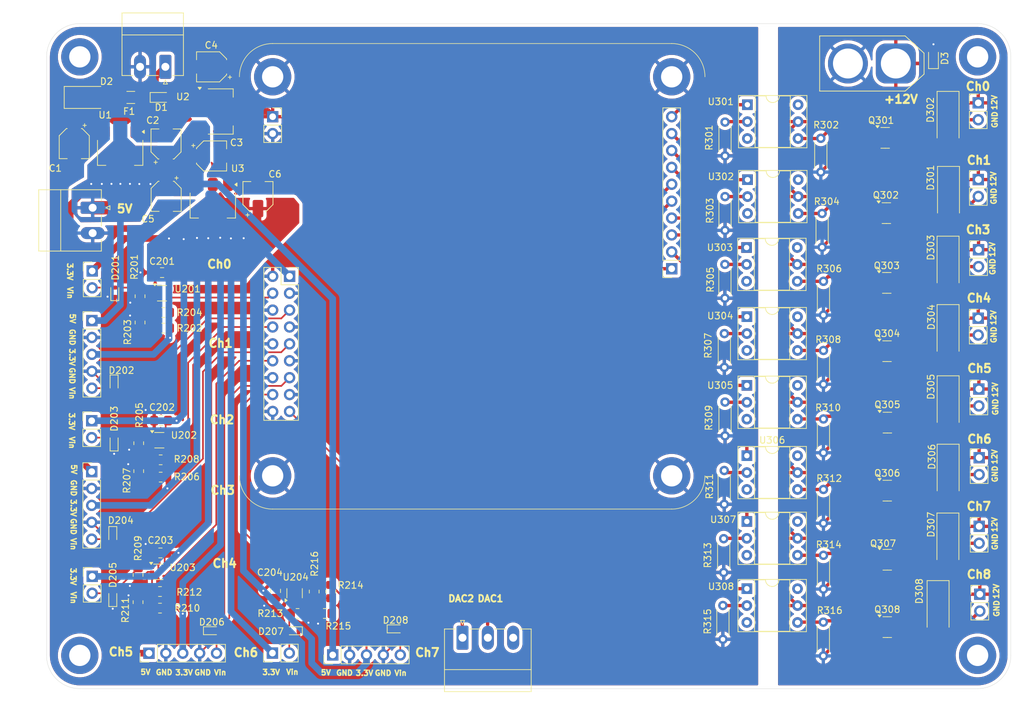
<source format=kicad_pcb>
(kicad_pcb (version 20240108) (generator "pcbnew") (generator_version "8.0")
  (layers (0 "F.Cu" signal) (31 "B.Cu" signal) (34 "B.Paste" user) (35 "F.Paste" user) (36 "B.SilkS" user "B.Silkscreen") (37 "F.SilkS" user "F.Silkscreen") (38 "B.Mask" user) (39 "F.Mask" user) (44 "Edge.Cuts" user))
  (net 0 "")
  (net 1 "/Vcc_protected")
  (net 2 "GND")
  (net 3 "+5V")
  (net 4 "+3.3V")
  (net 5 "+3.3VADC")
  (net 6 "VCC")
  (net 7 "Net-(D2-A)")
  (net 8 "/digital_output/Q5")
  (net 9 "+12V")
  (net 10 "/digital_output/Q6")
  (net 11 "/digital_output/Q7")
  (net 12 "/Vout6")
  (net 13 "/Vout7")
  (net 14 "/Vout1")
  (net 15 "/Vout4")
  (net 16 "/Vout2")
  (net 17 "/Vout5")
  (net 18 "/Vout3")
  (net 19 "/Vout0")
  (net 20 "/digital_output/Qneg1")
  (net 21 "/digital_output/Qneg0")
  (net 22 "/digital_output/Qneg2")
  (net 23 "/digital_output/Qneg3")
  (net 24 "/digital_output/Qneg4")
  (net 30 "/digital_output/Q4")
  (net 31 "/digital_output/Q1")
  (net 32 "/D25DAC1")
  (net 33 "/D26DAC2")
  (net 34 "/digital_output/Q0")
  (net 35 "/digital_output/Q3")
  (net 36 "/digital_output/Qneg5")
  (net 37 "/digital_output/Q2")
  (net 38 "/digital_output/Qneg6")
  (net 39 "GNDPWR")
  (net 40 "Net-(Q301-G)")
  (net 41 "Net-(Q302-G)")
  (net 42 "Net-(Q303-G)")
  (net 43 "Net-(Q304-G)")
  (net 44 "Net-(Q305-G)")
  (net 45 "Net-(R301-Pad1)")
  (net 46 "Net-(R303-Pad1)")
  (net 47 "Net-(R305-Pad1)")
  (net 48 "Net-(R307-Pad1)")
  (net 49 "Net-(R309-Pad1)")
  (net 60 "/digital_output/Qneg7")
  (net 61 "Net-(Q306-G)")
  (net 62 "Net-(Q307-G)")
  (net 63 "Net-(Q308-G)")
  (net 64 "Net-(R311-Pad1)")
  (net 65 "Net-(R313-Pad1)")
  (net 66 "Net-(R315-Pad1)")
  (net 73 "/analog_input/Vin0")
  (net 74 "/analog_input/Vin2")
  (net 75 "/analog_input/Vin4")
  (net 76 "/analog_input/Vin6")
  (net 77 "/analog_input/FB0")
  (net 78 "/analog_input/FB2")
  (net 79 "/analog_input/FB4")
  (net 80 "/analog_input/FB6")
  (footprint "Package_TO_SOT_SMD:SOT-353_SC-70-5" (layer "F.Cu") (at 116.81 112.445)
    (property "Reference" "U203")
    (property "Value" "TLV9001IDCK" (hide yes))
  )
  (footprint "Package_DIP:DIP-6_W7.62mm_Socket" (layer "F.Cu") (at 205.3 74.07)
    (property "Reference" "U304")
    (property "Value" "4N25" (hide yes))
  )
  (footprint "Connector_PinHeader_2.54mm:PinHeader_1x02_P2.54mm_Vertical" (layer "F.Cu") (at 240.095 41.92)
    (property "Reference" "J301" (hide yes))
    (property "Value" "Conn_01x02" (hide yes))
  )
  (footprint "Package_TO_SOT_SMD:SOT-23" (layer "F.Cu") (at 226.2825 58.5)
    (property "Reference" "Q302")
    (property "Value" "IRLML6344TRPBF" (hide yes))
  )
  (footprint "Package_DIP:DIP-6_W7.62mm_Socket" (layer "F.Cu") (at 205.38 42.2)
    (property "Reference" "U301")
    (property "Value" "4N25" (hide yes))
  )
  (footprint "Connector_PinHeader_2.54mm:PinHeader_1x05_P2.54mm_Vertical" (layer "F.Cu") (at 106.82 74.655)
    (property "Reference" "J202" (hide yes))
    (property "Value" "Conn_01x05_Pin" (hide yes))
  )
  (footprint "Resistor_SMD:R_0805_2012Metric_Pad1.20x1.40mm_HandSolder" (layer "F.Cu") (at 117.56 75.795)
    (property "Reference" "R202")
    (property "Value" "2.2K" (hide yes))
  )
  (footprint "Connector_PinHeader_2.54mm:PinHeader_1x02_P2.54mm_Vertical" (layer "F.Cu") (at 240.23 105.6)
    (property "Reference" "J307" (hide yes))
    (property "Value" "Conn_01x02" (hide yes))
  )
  (footprint "Connector_Phoenix_MC:PhoenixContact_MC_1,5_2-G-3.81_1x02_P3.81mm_Horizontal" (layer "F.Cu") (at 106.93 57.69 -90)
    (property "Reference" "J2" (hide yes))
    (property "Value" "Conn_01x02_Pin")
  )
  (footprint "Resistor_SMD:R_0805_2012Metric_Pad1.20x1.40mm_HandSolder" (layer "F.Cu") (at 113.86 97.295 -90)
    (property "Reference" "R207")
    (property "Value" "2.2K" (hide yes))
  )
  (footprint "Package_TO_SOT_SMD:SOT-23" (layer "F.Cu") (at 226.4125 110.62)
    (property "Reference" "Q307")
    (property "Value" "IRLML6344TRPBF" (hide yes))
  )
  (footprint "Capacitor_SMD:CP_Elec_4x5.4" (layer "F.Cu") (at 117.9875 55.9675 -90)
    (property "Reference" "C5")
    (property "Value" "0.1uF" (hide yes))
  )
  (footprint "Diode_SMD:D_SOD-523" (layer "F.Cu") (at 109.96 106.895 -90)
    (property "Reference" "D204")
    (property "Value" "6.8V" (hide yes))
  )
  (footprint "Capacitor_SMD:C_0805_2012Metric_Pad1.18x1.45mm_HandSolder" (layer "F.Cu") (at 117.3725 67.445 180)
    (property "Reference" "C201")
    (property "Value" "10uF" (hide yes))
  )
  (footprint "Resistor_SMD:R_0805_2012Metric_Pad1.20x1.40mm_HandSolder" (layer "F.Cu") (at 137.745 118.7 180)
    (property "Reference" "R213")
    (property "Value" "5.2K" (hide yes))
  )
  (footprint "Diode_SMD:D_SMA_Handsoldering" (layer "F.Cu") (at 235.56 66.48 -90)
    (property "Reference" "D303")
    (property "Value" "1N5817" (hide yes))
  )
  (footprint "Fuse:Fuse_1206_3216Metric" (layer "F.Cu") (at 112.6675 41.1 180)
    (property "Reference" "F1")
    (property "Value" "13.2V 3A" (hide yes))
  )
  (footprint "Resistor_THT:R_Axial_DIN0204_L3.6mm_D1.6mm_P5.08mm_Horizontal" (layer "F.Cu") (at 216.62 58.55 -90)
    (property "Reference" "R304")
    (property "Value" "2.2K" (hide yes))
  )
  (footprint "Diode_SMD:D_0603_1608Metric_Pad1.05x0.95mm_HandSolder" (layer "F.Cu") (at 233.3625 35.1125 90)
    (property "Reference" "D3")
    (property "Value" "VS12VBA1HS" (hide yes))
  )
  (footprint "MountingHole:MountingHole_3.2mm_M3_DIN965_Pad_TopBottom" (layer "F.Cu") (at 134 98)
    (property "Reference" "H4" (hide yes))
    (property "Value" "MountingHole_Pad" (hide yes))
  )
  (footprint "Connector_PinSocket_2.54mm:PinSocket_2x09_P2.54mm_Vertical" (layer "F.Cu") (at 136.54 68)
    (property "Reference" "J4" (hide yes))
    (property "Value" "Conn_02x09_Odd_Even" (hide yes))
  )
  (footprint "Resistor_SMD:R_0805_2012Metric_Pad1.20x1.40mm_HandSolder" (layer "F.Cu") (at 142.745 115.4 90)
    (property "Reference" "R214")
    (property "Value" "2.2K" (hide yes))
  )
  (footprint "Capacitor_SMD:C_0805_2012Metric_Pad1.18x1.45mm_HandSolder" (layer "F.Cu") (at 134.445 115.3 -90)
    (property "Reference" "C204")
    (property "Value" "10uF" (hide yes))
  )
  (footprint "Connector_PinHeader_2.54mm:PinHeader_1x02_P2.54mm_Vertical" (layer "F.Cu") (at 240.14 64)
    (property "Reference" "J303" (hide yes))
    (property "Value" "Conn_01x02" (hide yes))
  )
  (footprint "Package_DIP:DIP-6_W7.62mm_Socket" (layer "F.Cu") (at 205.3 114.97)
    (property "Reference" "U308")
    (property "Value" "4N25" (hide yes))
  )
  (footprint "Resistor_THT:R_Axial_DIN0204_L3.6mm_D1.6mm_P5.08mm_Horizontal" (layer "F.Cu") (at 216.82 68.75 -90)
    (property "Reference" "R306")
    (property "Value" "2.2K" (hide yes))
  )
  (footprint "Connector_PinSocket_2.54mm:PinSocket_1x02_P2.54mm_Vertical" (layer "F.Cu") (at 134 44)
    (property "Reference" "J5" (hide yes))
    (property "Value" "Conn_01x02_Pin")
  )
  (footprint "Package_TO_SOT_SMD:SOT-353_SC-70-5" (layer "F.Cu") (at 116.96 92.645)
    (property "Reference" "U202")
    (property "Value" "TLV9001IDCK" (hide yes))
  )
  (footprint "MountingHole:MountingHole_3.2mm_M3_DIN965_Pad_TopBottom" (layer "F.Cu") (at 194 98)
    (property "Reference" "H3" (hide yes))
    (property "Value" "MountingHole_Pad" (hide yes))
  )
  (footprint "Capacitor_SMD:CP_Elec_4x5.3" (layer "F.Cu") (at 124.8175 36.5 180)
    (property "Reference" "C4")
    (property "Value" "10uF" (hide yes))
  )
  (footprint "Connector_PinHeader_2.54mm:PinHeader_1x02_P2.54mm_Vertical" (layer "F.Cu") (at 106.86 67.195)
    (property "Reference" "J201" (hide yes))
    (property "Value" "Conn_01x02_Pin" (hide yes))
  )
  (footprint "MountingHole:MountingHole_3.2mm_M3_DIN965_Pad_TopBottom" (layer "F.Cu") (at 105 35)
    (property "Reference" "H6" (hide yes))
    (property "Value" "MountingHole_Pad")
  )
  (footprint "Package_DIP:DIP-6_W7.62mm_Socket" (layer "F.Cu") (at 205.3 84.4)
    (property "Reference" "U305")
    (property "Value" "4N25" (hide yes))
  )
  (footprint "Resistor_THT:R_Axial_DIN0204_L3.6mm_D1.6mm_P5.08mm_Horizontal" (layer "F.Cu") (at 201.9 97.2 -90)
    (property "Reference" "R311")
    (property "Value" "220" (hide yes))
  )
  (footprint "Connector_PinSocket_2.54mm:PinSocket_1x10_P2.54mm_Vertical" (layer "F.Cu") (at 194 66.86 180)
    (property "Reference" "J6" (hide yes))
    (property "Value" "Conn_01x10" (hide yes))
  )
  (footprint "Diode_SMD:D_SOD-523" (layer "F.Cu") (at 124.85 121.29)
    (property "Reference" "D206")
    (property "Value" "6.8V" (hide yes))
  )
  (footprint "Resistor_THT:R_Axial_DIN0204_L3.6mm_D1.6mm_P5.08mm_Horizontal" (layer "F.Cu") (at 202 66.21 -90)
    (property "Reference" "R305")
    (property "Value" "220" (hide yes))
  )
  (footprint "Resistor_THT:R_Axial_DIN0204_L3.6mm_D1.6mm_P5.08mm_Horizontal" (layer "F.Cu") (at 216.82 89.45 -90)
    (property "Reference" "R310")
    (property "Value" "2.2K" (hide yes))
  )
  (footprint "Connector_PinHeader_2.54mm:PinHeader_1x02_P2.54mm_Vertical" (layer "F.Cu") (at 240.33 115.8)
    (property "Reference" "J308" (hide yes))
    (property "Value" "Conn_01x02" (hide yes))
  )
  (footprint "Connector_PinHeader_2.54mm:PinHeader_1x02_P2.54mm_Vertical" (layer "F.Cu") (at 240.23 95.27)
    (property "Reference" "J306" (hide yes))
    (property "Value" "Conn_01x02" (hide yes))
  )
  (footprint "Capacitor_SMD:CP_Elec_4x5.4" (layer "F.Cu") (at 104.1675 48.05 -90)
    (property "Reference" "C1")
    (property "Value" "0.1uF" (hide yes))
  )
  (footprint "Package_TO_SOT_SMD:SOT-223-3_TabPin2" (layer "F.Cu") (at 126.1575 43.2175)
    (property "Reference" "U2")
    (property "Value" "LD1117S33TR" (hide yes))
  )
  (footprint "Diode_SMD:D_SMA_Handsoldering" (layer "F.Cu") (at 235.53 108.11 -90)
    (property "Reference" "D307")
    (property "Value" "~")
  )
  (footprint "Capacitor_SMD:CP_Elec_4x5.3" (layer "F.Cu") (at 117.9675 48.1 90)
    (property "Reference" "C2")
    (property "Value" "10uF" (hide yes))
  )
  (footprint "Connector_PinHeader_2.54mm:PinHeader_1x02_P2.54mm_Vertical" (layer "F.Cu") (at 240.09 74.29)
    (property "Reference" "J304" (hide yes))
    (property "Value" "Conn_01x02" (hide yes))
  )
  (footprint "Connector_PinHeader_2.54mm:PinHeader_1x05_P2.54mm_Vertical" (layer "F.Cu") (at 106.79 97.365)
    (property "Reference" "J204" (hide yes))
    (property "Value" "Conn_01x05_Pin" (hide yes))
  )
  (footprint "Diode_SMD:D_SMA_Handsoldering" (layer "F.Cu") (at 235.62 55.98 -90)
    (property "Reference" "D301")
    (property "Value" "~" (hide yes))
  )
  (footprint "Connector_Phoenix_MC:PhoenixContact_MC_1,5_2-G-3.81_1x02_P3.81mm_Horizontal" (layer "F.Cu") (at 117.8675 36.5 180)
    (property "Reference" "J1" (hide yes))
    (property "Value" "Conn_01x02_Pin")
  )
  (footprint "Resistor_THT:R_Axial_DIN0204_L3.6mm_D1.6mm_P5.08mm_Horizontal" (layer "F.Cu") (at 202.02 56.01 -90)
    (property "Reference" "R303")
    (property "Value" "220" (hide yes))
  )
  (footprint "Diode_SMD:D_SOD-523" (layer "F.Cu") (at 109.96 116.395 90)
    (property "Reference" "D205")
    (property "Value" "6.8V" (hide yes))
  )
  (footprint "Resistor_THT:R_Axial_DIN0204_L3.6mm_D1.6mm_P5.08mm_Horizontal" (layer "F.Cu") (at 201.92 76.61 -90)
    (property "Reference" "R307")
    (property "Value" "220" (hide yes))
  )
  (footprint "Package_TO_SOT_SMD:SOT-23" (layer "F.Cu") (at 226.3425 68.99)
    (property "Reference" "Q303")
    (property "Value" "IRLML6344TRPBF" (hide yes))
  )
  (footprint "Diode_SMD:D_SOD-523" (layer "F.Cu") (at 110.16 84.095 -90)
    (property "Reference" "D202")
    (property "Value" "6.8V" (hide yes))
  )
  (footprint "MountingHole:MountingHole_3.2mm_M3_DIN965_Pad_TopBottom" (layer "F.Cu") (at 240 125)
    (property "Reference" "H8" (hide yes))
    (property "Value" "MountingHole_Pad" (hide yes))
  )
  (footprint "MountingHole:MountingHole_3.2mm_M3_DIN965_Pad_TopBottom" (layer "F.Cu") (at 134 38)
    (property "Reference" "H2" (hide yes))
    (property "Value" "MountingHole_Pad" (hide yes))
  )
  (footprint "Resistor_SMD:R_0805_2012Metric_Pad1.20x1.40mm_HandSolder" (layer "F.Cu") (at 114.06 70.995 90)
    (property "Reference" "R201")
    (property "Value" "5.2K" (hide yes))
  )
  (footprint "Diode_SMD:D_0603_1608Metric_Pad1.05x0.95mm_HandSolder" (layer "F.Cu") (at 117.2425 41.1)
    (property "Reference" "D1")
    (property "Value" "VS12VBA1HS" (hide yes))
  )
  (footprint "Diode_SMD:D_SOD-523" (layer "F.Cu") (at 110.26 70.395 90)
    (property "Reference" "D201")
    (property "Value" "6.8V" (hide yes))
  )
  (footprint "Resistor_SMD:R_0805_2012Metric_Pad1.20x1.40mm_HandSolder" (layer "F.Cu") (at 117.06 115.395)
    (property "Reference" "R212")
    (property "Value" "1.5K" (hide yes))
  )
  (footprint "Package_DIP:DIP-6_W7.62mm_Socket" (layer "F.Cu") (at 205.3 104.86)
    (property "Reference" "U307")
    (property "Value" "4N25" (hide yes))
  )
  (footprint "Resistor_THT:R_Axial_DIN0204_L3.6mm_D1.6mm_P5.08mm_Horizontal" (layer "F.Cu") (at 202.02 44.81 -90)
    (property "Reference" "R301")
    (property "Value" "220" (hide yes))
  )
  (footprint "Diode_SMD:D_SOD-523" (layer "F.Cu") (at 137.2 121.3 180)
    (property "Reference" "D207")
    (property "Value" "6.8V" (hide yes))
  )
  (footprint "Package_TO_SOT_SMD:SOT-353_SC-70-5" (layer "F.Cu") (at 117.36 70.545)
    (property "Reference" "U201")
    (property "Value" "TLV9001IDCK" (hide yes))
  )
  (footprint "Package_TO_SOT_SMD:SOT-223-3_TabPin2" (layer "F.Cu") (at 125 57.33 -90)
    (property "Reference" "U3")
    (property "Value" "LD1117S33TR" (hide yes))
  )
  (footprint "Package_TO_SOT_SMD:SOT-23" (layer "F.Cu") (at 226.1025 47.18)
    (property "Reference" "Q301")
    (property "Value" "IRLML6344TRPBF" (hide yes))
  )
  (footprint "Resistor_THT:R_Axial_DIN0204_L3.6mm_D1.6mm_P5.08mm_Horizontal" (layer "F.Cu") (at 216.82 79.15 -90)
    (property "Reference" "R308")
    (property "Value" "2.2K" (hide yes))
  )
  (footprint "Resistor_THT:R_Axial_DIN0204_L3.6mm_D1.6mm_P5.08mm_Horizontal" (layer "F.Cu") (at 216.82 109.95 -90)
    (property "Reference" "R314")
    (property "Value" "2.2K" (hide yes))
  )
  (footprint "Capacitor_SMD:CP_Elec_4x5.3" (layer "F.Cu") (at 131.7875 56.0175 90)
    (property "Reference" "C6")
    (property "Value" "10uF" (hide yes))
  )
  (footprint "Connector_Phoenix_MC:PhoenixContact_MC_1,5_3-G-3.81_1x03_P3.81mm_Horizontal" (layer "F.Cu") (at 162.545 122.3425)
    (property "Reference" "J7" (hide yes))
    (property "Value" "Conn_01x03" (hide yes))
  )
  (footprint "Package_DIP:DIP-6_W7.62mm_Socket" (layer "F.Cu") (at 205.26 63.67)
    (property "Reference" "U303")
    (property "Value" "4N25" (hide yes))
  )
  (footprint "Resistor_THT:R_Axial_DIN0204_L3.6mm_D1.6mm_P5.08mm_Horizontal" (layer "F.Cu") (at 216.8 120 -90)
    (property "Reference" "R316")
    (property "Value" "2.2K" (hide yes))
  )
  (footprint "Diode_SMD:D_SMA_Handsoldering" (layer "F.Cu") (at 235.56 44.7 -90)
    (property "Reference" "D302")
    (property "Value" "50V 5A" (hide yes))
  )
  (footprint "Package_TO_SOT_SMD:SOT-23" (layer "F.Cu") (at 226.4325 90)
    (property "Reference" "Q305")
    (property "Value" "IRLML6344TRPBF" (hide yes))
  )
  (footprint "Diode_SMD:D_SMA_Handsoldering" (layer "F.Cu") (at 234.06 118.27 -90)
    (property "Reference" "D308")
    (property "Value" "~" (hide yes))
  )
  (footprint "MountingHole:MountingHole_3.2mm_M3_DIN965_Pad_TopBottom" (layer "F.Cu") (at 194 38)
    (property "Reference" "H1" (hide yes))
    (property "Value" "MountingHole_Pad" (hide yes))
  )
  (footprint "Package_TO_SOT_SMD:SOT-23" (layer "F.Cu") (at 226.3825 79.26)
    (property "Reference" "Q304")
    (property "Value" "IRLML6344TRPBF" (hide yes))
  )
  (footprint "Resistor_SMD:R_0805_2012Metric_Pad1.20x1.40mm_HandSolder" (layer "F.Cu") (at 141.845 118.7)
    (property "Reference" "R215")
    (property "Value" "2.2K" (hide yes))
  )
  (footprint "Resistor_THT:R_Axial_DIN0204_L3.6mm_D1.6mm_P5.08mm_Horizontal" (layer "F.Cu") (at 216.42 47.25 -90)
    (property "Reference" "R302")
    (property "Value" "2.2K" (hide yes))
  )
  (footprint "Diode_SMD:D_SOD-523" (layer "F.Cu") (at 110.16 92.995 90)
    (property "Reference" "D203")
    (property "Value" "6.8V" (hide yes))
  )
  (footprint "Capacitor_SMD:C_0805_2012Metric_Pad1.18x1.45mm_HandSolder" (layer "F.Cu") (at 117.1225 109.595 180)
    (property "Reference" "C203")
    (property "Value" "10uF" (hide yes))
  )
  (footprint "Diode_SMD:D_SMA_Handsoldering" (layer "F.Cu") (at 235.57 87.47 -90)
    (property "Reference" "D305")
    (property "Value" "~" (hide yes))
  )
  (footprint "Connector_PinHeader_2.54mm:PinHeader_1x05_P2.54mm_Vertical" (layer "F.Cu") (at 115.4 124.67 90)
    (property "Reference" "J206" (hide yes))
    (property "Value" "Conn_01x05_Pin" (hide yes))
  )
  (footprint "Resistor_SMD:R_0805_2012Metric_Pad1.20x1.40mm_HandSolder" (layer "F.Cu") (at 113.76 112.895 90)
    (property "Reference" "R209")
    (property "Value" "5.2K" (hide yes))
  )
  (footprint "Connector_PinHeader_2.54mm:PinHeader_1x02_P2.54mm_Vertical" (layer "F.Cu") (at 240.11 53.45)
    (property "Reference" "J302" (hide yes))
    (property "Value" "Conn_01x02" (hide yes))
  )
  (footprint "Connector_AMASS:AMASS_XT60-F_1x02_P7.20mm_Vertical" (layer "F.Cu") (at 227.7 36 180)
    (property "Reference" "J3" (hide yes))
    (property "Value" "Conn_01x02_Pin" (hide yes))
  )
  (footprint "Connector_PinHeader_2.54mm:PinHeader_1x02_P2.54mm_Vertical" (layer "F.Cu") (at 106.79 89.715)
    (property "Reference" "J203" (hide yes))
    (property "Value" "Conn_01x02_Pin" (hide yes))
  )
  (footprint "Resistor_SMD:R_0805_2012Metric_Pad1.20x1.40mm_HandSolder" (layer "F.Cu") (at 117.16 95.595)
    (property "Reference" "R208")
    (property "Value" "1.5K" (hide yes))
  )
  (footprint "Resistor_SMD:R_0805_2012Metric_Pad1.20x1.40mm_HandSolder" (layer "F.Cu") (at 117.06 117.895)
    (property "Reference" "R210")
    (property "Value" "2.2K" (hide yes))
  )
  (footprint "Package_TO_SOT_SMD:SOT-353_SC-70-5" (layer "F.Cu") (at 137.295 115.65 90)
    (property "Reference" "U204")
    (property "Value" "TLV9001IDCK" (hide yes))
  )
  (footprint "Resistor_SMD:R_0805_2012Metric_Pad1.20x1.40mm_HandSolder" (layer "F.Cu") (at 117.16 98.195)
    (property "Reference" "R206")
    (property "Value" "2.2K" (hide yes))
  )
  (footprint "Resistor_THT:R_Axial_DIN0204_L3.6mm_D1.6mm_P5.08mm_Horizontal" (layer "F.Cu") (at 201.7 117.5 -90)
    (property "Reference" "R315")
    (property "Value" "220" (hide yes))
  )
  (footprint "Package_TO_SOT_SMD:SOT-223-3_TabPin2" (layer "F.Cu") (at 111.0675 49.4 -90)
    (property "Reference" "U1")
    (property "Value" "LD1117S50TR" (hide yes))
  )
  (footprint "Package_DIP:DIP-6_W7.62mm_Socket" (layer "F.Cu") (at 205.4 53.47)
    (property "Reference" "U302")
    (property "Value" "4N25" (hide yes))
  )
  (footprint "Package_TO_SOT_SMD:SOT-23" (layer "F.Cu") (at 226.4125 100.23)
    (property "Reference" "Q306")
    (property "Value" "IRLML6344TRPBF" (hide yes))
  )
  (footprint "Capacitor_SMD:CP_Elec_4x5.4" (layer "F.Cu") (at 124.8175 49.9)
    (property "Reference" "C3")
    (property "Value" "0.1uF" (hide yes))
  )
  (footprint "Resistor_THT:R_Axial_DIN0204_L3.6mm_D1.6mm_P5.08mm_Horizontal" (layer "F.Cu") (at 202.02 86.91 -90)
    (property "Reference" "R309")
    (property "Value" "220" (hide yes))
  )
  (footprint "Capacitor_SMD:C_0805_2012Metric_Pad1.18x1.45mm_HandSolder" (layer "F.Cu") (at 117.2225 89.695 180)
    (property "Reference" "C202")
    (property "Value" "10uF" (hide yes))
  )
  (footprint "Diode_SMD:D_SOD-523" (layer "F.Cu") (at 152.4825 121.01)
    (property "Reference" "D208")
    (property "Value" "6.8V" (hide yes))
  )
  (footprint "Resistor_THT:R_Axial_DIN0204_L3.6mm_D1.6mm_P5.08mm_Horizontal" (layer "F.Cu") (at 216.82 100.05 -90)
    (property "Reference" "R312")
    (property "Value" "2.2K" (hide yes))
  )
  (footprint "Resistor_SMD:R_0805_2012Metric_Pad1.20x1.40mm_HandSolder" (layer "F.Cu") (at 113.76 116.995 -90)
    (property "Reference" "R211")
    (property "Value" "2.2K" (hide yes))
  )
  (footprint "Resistor_THT:R_Axial_DIN0204_L3.6mm_D1.6mm_P5.08mm_Horizontal" (layer "F.Cu") (at 201.82 107.45 -90)
    (property "Reference" "R313")
    (property "Value" "220" (hide yes))
  )
  (footprint "Resistor_SMD:R_0805_2012Metric_Pad1.20x1.40mm_HandSolder" (layer "F.Cu") (at 114.06 74.945 -90)
    (property "Reference" "R203")
    (property "Value" "2.2K" (hide yes))
  )
  (footprint "Connector_PinHeader_2.54mm:PinHeader_1x02_P2.54mm_Vertical" (layer "F.Cu") (at 133.965 124.65 90)
    (property "Reference" "J207" (hide yes))
    (property "Value" "Conn_01x02_Pin" (hide yes))
  )
  (footprint "Resistor_SMD:R_0805_2012Metric_Pad1.20x1.40mm_HandSolder" (layer "F.Cu") (at 113.86 93.095 90)
    (property "Reference" "R205")
    (property "Value" "5.2K" (hide yes))
  )
  (footprint "Diode_SMD:D_SMA_Handsoldering" (layer "F.Cu") (at 235.56 76.77 -90)
    (property "Reference" "D304")
    (property "Value" "~" (hide yes))
  )
  (footprint "Diode_SMD:D_SMA" (layer "F.Cu") (at 106.1675 41.1)
    (property "Reference" "D2")
    (property "Value" "B340A-13-F" (hide yes))
  )
  (footprint "Connector_PinHeader_2.54mm:PinHeader_1x05_P2.54mm_Vertical" (layer "F.Cu") (at 143.03 124.93 90)
    (property "Reference" "J208" (hide yes))
    (property "Value" "Conn_01x05_Pin" (hide yes))
  )
  (footprint "Package_TO_SOT_SMD:SOT-23" (layer "F.Cu") (at 226.4175 120.75)
    (property "Reference" "Q308")
    (property "Value" "IRLML6344TRPBF" (hide yes))
  )
  (footprint "Diode_SMD:D_SMA_Handsoldering" (layer "F.Cu") (at 235.57 97.76 -90)
    (property "Reference" "D306")
    (property "Value" "~")
  )
  (footprint "Connector_PinHeader_2.54mm:PinHeader_1x02_P2.54mm_Vertical" (layer "F.Cu") (at 240.19 84.95)
    (property "Reference" "J305" (hide yes))
    (property "Value" "Conn_01x02" (hide yes))
  )
  (footprint "Resistor_SMD:R_0805_2012Metric_Pad1.20x1.40mm_HandSolder" (layer "F.Cu") (at 140.245 115.4 90)
    (property "Reference" "R216")
    (property "Value" "1.5K" (hide yes))
  )
  (footprint "MountingHole:MountingHole_3.2mm_M3_DIN965_Pad_TopBottom" (layer "F.Cu") (at 240 35)
    (property "Reference" "H5" (hide yes))
    (property "Value" "MountingHole_Pad" (hide yes))
  )
  (footprint "Connector_PinHeader_2.54mm:PinHeader_1x02_P2.54mm_Vertical" (layer "F.Cu") (at 106.86 113.12)
    (property "Reference" "J205" (hide yes))
    (property "Value" "Conn_01x02_Pin" (hide yes))
  )
  (footprint "Package_DIP:DIP-6_W7.62mm_Socket" (layer "F.Cu") (at 205.3 94.97)
    (property "Reference" "U306")
    (property "Value" "4N25" (hide yes))
  )
  (footprint "Resistor_SMD:R_0805_2012Metric_Pad1.20x1.40mm_HandSolder" (layer "F.Cu") (at 117.56 73.445)
    (property "Reference" "R204")
    (property "Value" "1.5K" (hide yes))
  )
  (footprint "MountingHole:MountingHole_3.2mm_M3_DIN965_Pad_TopBottom" (layer "F.Cu") (at 105 125)
    (property "Reference" "H7" (hide yes))
    (property "Value" "MountingHole_Pad")
  )
  (gr_arc (start 134 103) (mid 130.464466 101.535534) (end 129 98) (stroke (width 0.1)) (layer "F.SilkS"))
  (gr_line (start 194 33) (end 134 33) (stroke (width 0.1)) (layer "F.SilkS"))
  (gr_line (start 134 103) (end 194 103) (stroke (width 0.1)) (layer "F.SilkS"))
  (gr_arc (start 194 33) (mid 197.535534 34.464466) (end 199 38) (stroke (width 0.1)) (layer "F.SilkS"))
  (gr_arc (start 199 98) (mid 197.535534 101.535534) (end 194 103) (stroke (width 0.1)) (layer "F.SilkS"))
  (gr_arc (start 129 38) (mid 130.464466 34.464466) (end 134 33) (stroke (width 0.1)) (layer "F.SilkS"))
  (gr_line (start 105 130) (end 240 130) (stroke (width 0.05)) (layer "Edge.Cuts"))
  (gr_line (start 240 30) (end 105 30) (stroke (width 0.05)) (layer "Edge.Cuts"))
  (gr_line (start 245 125) (end 245 35) (stroke (width 0.05)) (layer "Edge.Cuts"))
  (gr_arc (start 240 30) (mid 243.535534 31.464466) (end 245 35) (stroke (width 0.05)) (layer "Edge.Cuts"))
  (gr_arc (start 105 130) (mid 101.464466 128.535534) (end 100 125) (stroke (width 0.05)) (layer "Edge.Cuts"))
  (gr_arc (start 245 125) (mid 243.535534 128.535534) (end 240 130) (stroke (width 0.05)) (layer "Edge.Cuts"))
  (gr_line (start 100 35) (end 100 125) (stroke (width 0.05)) (layer "Edge.Cuts"))
  (gr_arc (start 100 35) (mid 101.464466 31.464466) (end 105 30) (stroke (width 0.05)) (layer "Edge.Cuts"))
  (gr_text "GND" (at 243.15 89 90) (layer "F.SilkS") (effects (font (size 0.8 0.8) (thickness 0.2) (bold yes)) (justify left bottom)))
  (gr_text "12V" (at 242.675 65.2 90) (layer "F.SilkS") (effects (font (size 0.8 0.8) (thickness 0.2) (bold yes)) (justify left bottom)))
  (gr_text "DAC1" (at 164.675 117.05 0) (layer "F.SilkS") (effects (font (size 1 1) (thickness 0.25) (bold yes)) (justify left bottom)))
  (gr_text "Vin" (at 103.575 115.3 -90) (layer "F.SilkS") (effects (font (size 0.8 0.8) (thickness 0.2) (bold yes)) (justify left bottom)))
  (gr_text "Ch3" (at 238.1 61.725 0) (layer "F.SilkS") (effects (font (size 1.25 1.25) (thickness 0.3) (bold yes)) (justify left bottom)))
  (gr_text "GND" (at 243.325 119.3 90) (layer "F.SilkS") (effects (font (size 0.8 0.8) (thickness 0.2) (bold yes)) (justify left bottom)))
  (gr_text "GND" (at 103.375 81.6 -90) (layer "F.SilkS") (effects (font (size 0.8 0.8) (thickness 0.2) (bold yes)) (justify left bottom)))
  (gr_text "GND" (at 116.325 128.025 0) (layer "F.SilkS") (effects (font (size 0.8 0.8) (thickness 0.2) (bold yes)) (justify left bottom)))
  (gr_text "Ch5" (at 109.2 125.2 0) (layer "F.SilkS") (effects (font (size 1.25 1.25) (thickness 0.3) (bold yes)) (justify left bottom)))
  (gr_text "Vin" (at 152.2 128.125 0) (layer "F.SilkS") (effects (font (size 0.8 0.8) (thickness 0.2) (bold yes)) (justify left bottom)))
  (gr_text "Ch1" (at 124.2 78.8 0) (layer "F.SilkS") (effects (font (size 1.25 1.25) (thickness 0.3) (bold yes)) (justify left bottom)))
  (gr_text "Ch6" (at 128 125.3 0) (layer "F.SilkS") (effects (font (size 1.25 1.25) (thickness 0.3) (bold yes)) (justify left bottom)))
  (gr_text "GND" (at 243.05 45.8 90) (layer "F.SilkS") (effects (font (size 0.8 0.8) (thickness 0.2) (bold yes)) (justify left bottom)))
  (gr_text "Vin" (at 103.075 69.45 -90) (layer "F.SilkS") (effects (font (size 0.8 0.8) (thickness 0.2) (bold yes)) (justify left bottom)))
  (gr_text "5V" (at 103.45 73.5 -90) (layer "F.SilkS") (effects (font (size 0.8 0.8) (thickness 0.2) (bold yes)) (justify left bottom)))
  (gr_text "Ch5" (at 238.3 82.575 0) (layer "F.SilkS") (effects (font (size 1.25 1.25) (thickness 0.3) (bold yes)) (justify left bottom)))
  (gr_text "Ch0" (at 124 66.9 0) (layer "F.SilkS") (effects (font (size 1.25 1.25) (thickness 0.3) (bold yes)) (justify left bottom)))
  (gr_text "3.3V" (at 103.05 65.875 -90) (layer "F.SilkS") (effects (font (size 0.8 0.8) (thickness 0.2) (bold yes)) (justify left bottom)))
  (gr_text "3.3V" (at 103.325 88.4 -90) (layer "F.SilkS") (effects (font (size 0.8 0.8) (thickness 0.2) (bold yes)) (justify left bottom)))
  (gr_text "GND" (at 103.4 75.8 -90) (layer "F.SilkS") (effects (font (size 0.8 0.8) (thickness 0.2) (bold yes)) (justify left bottom)))
  (gr_text "12V" (at 242.85 75.45 90) (layer "F.SilkS") (effects (font (size 0.8 0.8) (thickness 0.2) (bold yes)) (justify left bottom)))
  (gr_text "GND" (at 243.075 109.275 90) (layer "F.SilkS") (effects (font (size 0.8 0.8) (thickness 0.2) (bold yes)) (justify left bottom)))
  (gr_text "GND" (at 242.9 78.15 90) (layer "F.SilkS") (effects (font (size 0.8 0.8) (thickness 0.2) (bold yes)) (justify left bottom)))
  (gr_text "5V" (at 110.425 58.575 0) (layer "F.SilkS") (effects (font (size 1.25 1.25) (thickness 0.3) (bold yes)) (justify left bottom)))
  (gr_text "Vin" (at 103.375 84.55 -90) (layer "F.SilkS") (effects (font (size 0.8 0.8) (thickness 0.2) (bold yes)) (justify left bottom)))
  (gr_text "3.3V" (at 103.55 111.725 -90) (layer "F.SilkS") (effects (font (size 0.8 0.8) (thickness 0.2) (bold yes)) (justify left bottom)))
  (gr_text "DAC2" (at 160.275 117.05 0) (layer "F.SilkS") (effects (font (size 1 1) (thickness 0.25) (bold yes)) (justify left bottom)))
  (gr_text "GND" (at 242.725 67.9 90) (layer "F.SilkS") (effects (font (size 0.8 0.8) (thickness 0.2) (bold yes)) (justify left bottom)))
  (gr_text "+12V" (at 225.775 42.1 0) (layer "F.SilkS") (effects (font (size 1.25 1.25) (thickness 0.3) (bold yes)) (justify left bottom)))
  (gr_text "Vin" (at 103.575 107.225 -90) (layer "F.SilkS") (effects (font (size 0.8 0.8) (thickness 0.2) (bold yes)) (justify left bottom)))
  (gr_text "12V" (at 242.85 54.6 90) (layer "F.SilkS") (effects (font (size 0.8 0.8) (thickness 0.2) (bold yes)) (justify left bottom)))
  (gr_text "Vin" (at 103.35 91.975 -90) (layer "F.SilkS") (effects (font (size 0.8 0.8) (thickness 0.2) (bold yes)) (justify left bottom)))
  (gr_text "3.3V" (at 119.25 128.05 0) (layer "F.SilkS") (effects (font (size 0.8 0.8) (thickness 0.2) (bold yes)) (justify left bottom)))
  (gr_text "12V" (at 243.025 96.375 90) (layer "F.SilkS") (effects (font (size 0.8 0.8) (thickness 0.2) (bold yes)) (justify left bottom)))
  (gr_text "3.3V" (at 103.375 78.725 -90) (layer "F.SilkS") (effects (font (size 0.8 0.8) (thickness 0.2) (bold yes)) (justify left bottom)))
  (gr_text "Ch3" (at 124.5 100.9 0) (layer "F.SilkS") (effects (font (size 1.25 1.25) (thickness 0.3) (bold yes)) (justify left bottom)))
  (gr_text "3.3V" (at 132.35 128 0) (layer "F.SilkS") (effects (font (size 0.8 0.8) (thickness 0.2) (bold yes)) (justify left bottom)))
  (gr_text "5V" (at 114.025 127.975 0) (layer "F.SilkS") (effects (font (size 0.8 0.8) (thickness 0.2) (bold yes)) (justify left bottom)))
  (gr_text "12V" (at 243 43.1 90) (layer "F.SilkS") (effects (font (size 0.8 0.8) (thickness 0.2) (bold yes)) (justify left bottom)))
  (gr_text "GND" (at 149.25 128.125 0) (layer "F.SilkS") (effects (font (size 0.8 0.8) (thickness 0.2) (bold yes)) (justify left bottom)))
  (gr_text "Ch8" (at 238.225 113.55 0) (layer "F.SilkS") (effects (font (size 1.25 1.25) (thickness 0.3) (bold yes)) (justify left bottom)))
  (gr_text "5V" (at 141.15 128.05 0) (layer "F.SilkS") (effects (font (size 0.8 0.8) (thickness 0.2) (bold yes)) (justify left bottom)))
  (gr_text "Ch1" (at 238.225 51.275 0) (layer "F.SilkS") (effects (font (size 1.25 1.25) (thickness 0.3) (bold yes)) (justify left bottom)))
  (gr_text "Ch7" (at 155.275 125.3 0) (layer "F.SilkS") (effects (font (size 1.25 1.25) (thickness 0.3) (bold yes)) (justify left bottom)))
  (gr_text "Ch7" (at 238.2 103.325 0) (layer "F.SilkS") (effects (font (size 1.25 1.25) (thickness 0.3) (bold yes)) (justify left bottom)))
  (gr_text "3.3V" (at 146.375 128.125 0) (layer "F.SilkS") (effects (font (size 0.8 0.8) (thickness 0.2) (bold yes)) (justify left bottom)))
  (gr_text "GND" (at 122.125 128.05 0) (layer "F.SilkS") (effects (font (size 0.8 0.8) (thickness 0.2) (bold yes)) (justify left bottom)))
  (gr_text "Ch4" (at 124.8 111.9 0) (layer "F.SilkS") (effects (font (size 1.25 1.25) (thickness 0.3) (bold yes)) (justify left bottom)))
  (gr_text "Vin" (at 125.075 128.05 0) (layer "F.SilkS") (effects (font (size 0.8 0.8) (thickness 0.2) (bold yes)) (justify left bottom)))
  (gr_text "Ch0" (at 238.075 40.175 0) (layer "F.SilkS") (effects (font (size 1.25 1.25) (thickness 0.3) (bold yes)) (justify left bottom)))
  (gr_text "Ch6" (at 238.3 93.2 0) (layer "F.SilkS") (effects (font (size 1.25 1.25) (thickness 0.3) (bold yes)) (justify left bottom)))
  (gr_text "GND" (at 242.9 57.3 90) (layer "F.SilkS") (effects (font (size 0.8 0.8) (thickness 0.2) (bold yes)) (justify left bottom)))
  (gr_text "12V" (at 243.025 106.575 90) (layer "F.SilkS") (effects (font (size 0.8 0.8) (thickness 0.2) (bold yes)) (justify left bottom)))
  (gr_text "12V" (at 243.275 116.6 90) (layer "F.SilkS") (effects (font (size 0.8 0.8) (thickness 0.2) (bold yes)) (justify left bottom)))
  (gr_text "Ch4" (at 238.225 72 0) (layer "F.SilkS") (effects (font (size 1.25 1.25) (thickness 0.3) (bold yes)) (justify left bottom)))
  (gr_text "GND" (at 103.6 98.475 -90) (layer "F.SilkS") (effects (font (size 0.8 0.8) (thickness 0.2) (bold yes)) (justify left bottom)))
  (gr_text "GND" (at 243.075 99.075 90) (layer "F.SilkS") (effects (font (size 0.8 0.8) (thickness 0.2) (bold yes)) (justify left bottom)))
  (gr_text "GND" (at 103.575 104.275 -90) (layer "F.SilkS") (effects (font (size 0.8 0.8) (thickness 0.2) (bold yes)) (justify left bottom)))
  (gr_text "3.3V" (at 103.575 101.4 -90) (layer "F.SilkS") (effects (font (size 0.8 0.8) (thickness 0.2) (bold yes)) (justify left bottom)))
  (gr_text "12V" (at 243.1 86.3 90) (layer "F.SilkS") (effects (font (size 0.8 0.8) (thickness 0.2) (bold yes)) (justify left bottom)))
  (gr_text "GND" (at 143.45 128.1 0) (layer "F.SilkS") (effects (font (size 0.8 0.8) (thickness 0.2) (bold yes)) (justify left bottom)))
  (gr_text "Ch2" (at 124.4 90.3 0) (layer "F.SilkS") (effects (font (size 1.25 1.25) (thickness 0.3) (bold yes)) (justify left bottom)))
  (gr_text "5V" (at 103.65 96.175 -90) (layer "F.SilkS") (effects (font (size 0.8 0.8) (thickness 0.2) (bold yes)) (justify left bottom)))
  (gr_text "Vin" (at 135.925 127.975 0) (layer "F.SilkS") (effects (font (size 0.8 0.8) (thickness 0.2) (bold yes)) (justify left bottom)))
  (segment (start 104.1675 41.1) (end 104.1675 46.25) (width 1) (layer "F.Cu") (net 1))
  (segment (start 104.1675 46.25) (end 108.7675 46.25) (width 1) (layer "F.Cu") (net 1))
  (segment (start 113.86 94.095) (end 112.445 94.095) (width 0.25) (layer "F.Cu") (net 2))
  (segment (start 151.7825 123.7975) (end 150.65 124.93) (width 0.25) (layer "F.Cu") (net 2))
  (segment (start 124.15 121.29) (end 124.15 123.54) (width 0.25) (layer "F.Cu") (net 2))
  (segment (start 109.96 106.195) (end 108 106.195) (width 0.25) (layer "F.Cu") (net 2))
  (segment (start 115.51 70.545) (end 114.06 71.995) (width 0.25) (layer "F.Cu") (net 2))
  (segment (start 137.295 117.25) (end 138.745 118.7) (width 0.25) (layer "F.Cu") (net 2))
  (segment (start 115.21 112.445) (end 113.76 113.895) (width 0.25) (layer "F.Cu") (net 2))
  (segment (start 134.445 116.3375) (end 133.9625 116.3375) (width 0.25) (layer "F.Cu") (net 2))
  (segment (start 108 106.195) (end 106.79 104.985) (width 0.25) (layer "F.Cu") (net 2))
  (segment (start 113.76 113.895) (end 113.185 113.895) (width 0.25) (layer "F.Cu") (net 2))
  (segment (start 151.7825 121.01) (end 151.7825 123.7975) (width 0.25) (layer "F.Cu") (net 2))
  (segment (start 140.825 120.225) (end 140.845 120.205) (width 0.25) (layer "F.Cu") (net 2))
  (segment (start 112.625 71.995) (end 112.59 71.96) (width 0.25) (layer "F.Cu") (net 2))
  (segment (start 116.085 109.595) (end 116.085 109.485) (width 0.25) (layer "F.Cu") (net 2))
  (segment (start 113.185 113.895) (end 112.53 114.55) (width 0.25) (layer "F.Cu") (net 2))
  (segment (start 109.205 71.095) (end 109.17 71.06) (width 0.25) (layer "F.Cu") (net 2))
  (segment (start 114.125 67.425) (end 114.145 67.445) (width 0.25) (layer "F.Cu") (net 2))
  (segment (start 112.605 73.945) (end 112.56 73.9) (width 0.25) (layer "F.Cu") (net 2))
  (segment (start 115.31 92.645) (end 116.01 92.645) (width 0.25) (layer "F.Cu") (net 2))
  (segment (start 115.86 112.445) (end 115.21 112.445) (width 0.25) (layer "F.Cu") (net 2))
  (segment (start 109.96 117.97) (end 109.95 117.98) (width 0.25) (layer "F.Cu") (net 2))
  (segment (start 140.845 120.205) (end 140.845 118.7) (width 0.25) (layer "F.Cu") (net 2))
  (segment (start 109.96 117.095) (end 109.96 117.97) (width 0.25) (layer "F.Cu") (net 2))
  (segment (start 114.06 73.945) (end 112.605 73.945) (width 0.25) (layer "F.Cu") (net 2))
  (segment (start 110.16 83.395) (end 107.94 83.395) (width 0.25) (layer "F.Cu") (net 2))
  (segment (start 124.15 123.54) (end 123.02 124.67) (width 0.25) (layer "F.Cu") (net 2))
  (segment (start 112.325 96.295) (end 112.28 96.25) (width 0.25) (layer "F.Cu") (net 2))
  (segment (start 138.745 118.7) (end 138.745 119.445) (width 0.25) (layer "F.Cu") (net 2))
  (segment (start 116.41 70.545) (end 115.51 70.545) (width 0.25) (layer "F.Cu") (net 2))
  (segment (start 137.9 121.3) (end 138.16 121.3) (width 0.25) (layer "F.Cu") (net 2))
  (segment (start 110.26 71.095) (end 109.205 71.095) (width 0.25) (layer "F.Cu") (net 2))
  (segment (start 112.345 115.995) (end 113.76 115.995) (width 0.25) (layer "F.Cu") (net 2))
  (segment (start 113.86 94.095) (end 115.31 92.645) (width 0.25) (layer "F.Cu") (net 2))
  (segment (start 110.16 93.695) (end 110.16 94.69) (width 0.25) (layer "F.Cu") (net 2))
  (segment (start 114.145 67.445) (end 116.335 67.445) (width 0.25) (layer "F.Cu") (net 2))
  (segment (start 116.185 89.695) (end 116.185 89.385) (width 0.25) (layer "F.Cu") (net 2))
  (segment (start 112.325 115.975) (end 112.345 115.995) (width 0.25) (layer "F.Cu") (net 2))
  (segment (start 112.445 94.095) (end 112.42 94.07) (width 0.25) (layer "F.Cu") (net 2))
  (segment (start 113.86 96.295) (end 112.325 96.295) (width 0.25) (layer "F.Cu") (net 2))
  (segment (start 107.94 83.395) (end 106.82 82.275) (width 0.25) (layer "F.Cu") (net 2))
  (segment (start 114.06 71.995) (end 112.625 71.995) (width 0.25) (layer "F.Cu") (net 2))
  (segment (start 137.295 116.6) (end 137.295 117.25) (width 0.25) (layer "F.Cu") (net 2))
  (via (at 112.56 73.9) (size 0.6) (drill 0.3) (layers "F.Cu" "B.Cu") (net 2))
  (via (at 112.53 114.55) (size 0.6) (drill 0.3) (layers "F.Cu" "B.Cu") (net 2))
  (via (at 114.125 67.425) (size 0.6) (drill 0.3) (layers "F.Cu" "B.Cu") (net 2))
  (via (at 132.725 117.525) (size 0.6) (drill 0.3) (layers "F.Cu" "B.Cu") (net 2))
  (via (at 110.16 94.69) (size 0.6) (drill 0.3) (layers "F.Cu" "B.Cu") (net 2))
  (via (at 114.9 88.1) (size 0.6) (drill 0.3) (layers "F.Cu" "B.Cu") (net 2))
  (via (at 109.95 117.98) (size 0.6) (drill 0.3) (layers "F.Cu" "B.Cu") (net 2))
  (via (at 139.38 120.08) (size 0.6) (drill 0.3) (layers "F.Cu" "B.Cu") (net 2))
  (via (at 140.825 120.225) (size 0.6) (drill 0.3) (layers "F.Cu" "B.Cu") (net 2))
  (via (at 112.42 94.07) (size 0.6) (drill 0.3) (layers "F.Cu" "B.Cu") (net 2))
  (via (at 112.59 71.96) (size 0.6) (drill 0.3) (layers "F.Cu" "B.Cu") (net 2))
  (via (at 112.325 115.975) (size 0.6) (drill 0.3) (layers "F.Cu" "B.Cu") (net 2))
  (via (at 114.9 108.25) (size 0.6) (drill 0.3) (layers "F.Cu" "B.Cu") (net 2))
  (via (at 109.17 71.06) (size 0.6) (drill 0.3) (layers "F.Cu" "B.Cu") (net 2))
  (via (at 112.28 96.25) (size 0.6) (drill 0.3) (layers "F.Cu" "B.Cu") (net 2))
  (segment (start 121.07 52.55) (end 122.7 54.18) (width 1) (layer "F.Cu") (net 3))
  (segment (start 111.0675 52.55) (end 108.28 52.55) (width 1) (layer "F.Cu") (net 3))
  (segment (start 111.0675 52.55) (end 116.37 52.55) (width 1) (layer "F.Cu") (net 3))
  (segment (start 120.3675 52.55) (end 120.3675 50.7575) (width 1) (layer "F.Cu") (net 3))
  (segment (start 103.55 115.91) (end 103.55 94.125) (width 1) (layer "F.Cu") (net 3))
  (segment (start 121.225 49.9) (end 123.0175 49.9) (width 1) (layer "F.Cu") (net 3))
  (segment (start 110.69 57.69) (end 110.7 57.7) (width 2) (layer "F.Cu") (net 3))
  (segment (start 106.93 57.69) (end 110.69 57.69) (width 2) (layer "F.Cu") (net 3))
  (segment (start 112.31 124.67) (end 103.55 115.91) (width 1) (layer "F.Cu") (net 3))
  (segment (start 116.37 52.55) (end 117.9875 52.55) (width 1) (layer "F.Cu") (net 3))
  (segment (start 117.9675 52.53) (end 117.9675 49.9) (width 1) (layer "F.Cu") (net 3))
  (segment (start 117.1 52.55) (end 117.9875 52.55) (width 1) (layer "F.Cu") (net 3))
  (segment (start 120.3675 52.55) (end 121.07 52.55) (width 1) (layer "F.Cu") (net 3))
  (segment (start 111.0675 52.55) (end 114.05 52.55) (width 1) (layer "F.Cu") (net 3))
  (segment (start 103.55 94.125) (end 106.79 97.365) (width 1) (layer "F.Cu") (net 3))
  (segment (start 111.0675 52.55) (end 111.0675 52.6275) (width 1) (layer "F.Cu") (net 3))
  (segment (start 111.0675 46.25) (end 111.0675 52.55) (width 1) (layer "F.Cu") (net 3))
  (segment (start 116.37 52.55) (end 117.1 52.55) (width 1) (layer "F.Cu") (net 3))
  (segment (start 123.0175 45.5275) (end 123.0075 45.5175) (width 1) (layer "F.Cu") (net 3))
  (segment (start 111.0675 54.9175) (end 111.075 54.925) (width 1) (layer "F.Cu") (net 3))
  (segment (start 117.1 52.55) (end 120.3675 52.55) (width 1) (layer "F.Cu") (net 3))
  (segment (start 123.0175 49.9) (end 123.0175 45.5275) (width 1) (layer "F.Cu") (net 3))
  (segment (start 120.3675 50.7575) (end 121.225 49.9) (width 1) (layer "F.Cu") (net 3))
  (segment (start 103.55 57.28) (end 103.55 94.125) (width 1) (layer "F.Cu") (net 3))
  (segment (start 117.9875 52.55) (end 117.9875 54.1675) (width 1) (layer "F.Cu") (net 3))
  (segment (start 117.9875 52.55) (end 117.9675 52.53) (width 1) (layer "F.Cu") (net 3))
  (segment (start 111.0675 52.55) (end 109.87 52.55) (width 1) (layer "F.Cu") (net 3))
  (segment (start 111.0675 52.55) (end 111.0675 54.9175) (width 1) (layer "F.Cu") (net 3))
  (segment (start 106.72 54.11) (end 103.55 57.28) (width 1) (layer "F.Cu") (net 3))
  (segment (start 111.0675 52.55) (end 112.38 52.55) (width 1) (layer "F.Cu") (net 3))
  (segment (start 108.28 52.55) (end 106.72 54.11) (width 1) (layer "F.Cu") (net 3))
  (segment (start 115.4 124.67) (end 112.31 124.67) (width 1) (layer "F.Cu") (net 3))
  (via (at 111.1 54.1) (size 0.6) (drill 0.3) (layers "F.Cu" "B.Cu") (net 3))
  (via (at 113.95 54.12) (size 0.6) (drill 0.3) (layers "F.Cu" "B.Cu") (net 3))
  (via (at 109.76 54.1) (size 0.6) (drill 0.3) (layers "F.Cu" "B.Cu") (net 3))
  (via (at 115.62 54.12) (size 0.6) (drill 0.3) (layers "F.Cu" "B.Cu") (net 3))
  (via (at 112.54 54.1) (size 0.6) (drill 0.3) (layers "F.Cu" "B.Cu") (net 3))
  (via (at 106.72 54.11) (size 0.6) (drill 0.3) (layers "F.Cu" "B.Cu") (net 3))
  (via (at 108.31 54.11) (size 0.6) (drill 0.3) (layers "F.Cu" "B.Cu") (net 3))
  (segment (start 108.735 74.655) (end 111.1 72.29) (width 1) (layer "B.Cu") (net 3))
  (segment (start 143.03 124.93) (end 143.03 71.39) (width 1) (layer "B.Cu") (net 3))
  (segment (start 125.76 54.12) (end 113.95 54.12) (width 1) (layer "B.Cu") (net 3))
  (segment (start 111.1 72.29) (end 111.1 54.1) (width 1) (layer "B.Cu") (net 3))
  (segment (start 143.03 71.39) (end 125.76 54.12) (width 1) (layer "B.Cu") (net 3))
  (segment (start 106.82 74.655) (end 108.735 74.655) (width 1) (layer "B.Cu") (net 3))
  (segment (start 129.3075 40.7825) (end 129.3075 43.2175) (width 1) (layer "F.Cu") (net 4))
  (segment (start 126.6175 38.0925) (end 129.3075 40.7825) (width 1) (layer "F.Cu") (net 4))
  (segment (start 126.6175 36.5) (end 126.6175 38.0925) (width 1) (layer "F.Cu") (net 4))
  (segment (start 129.3075 43.2175) (end 133.2175 43.2175) (width 1) (layer "F.Cu") (net 4))
  (segment (start 123.0075 43.2175) (end 129.3075 43.2175) (width 1) (layer "F.Cu") (net 4))
  (segment (start 133.2175 43.2175) (end 134 44) (width 1) (layer "F.Cu") (net 4))
  (segment (start 125 60.48) (end 120.24 60.48) (width 1) (layer "F.Cu") (net 5))
  (segment (start 125 60.48) (end 130.97 60.48) (width 1) (layer "F.Cu") (net 5))
  (segment (start 111.745 62.31) (end 106.86 67.195) (width 1) (layer "F.Cu") (net 5))
  (segment (start 118.26 89.695) (end 119.53 89.695) (width 0.5) (layer "F.Cu") (net 5))
  (segment (start 133.6075 114.2625) (end 132.595 115.275) (width 0.5) (layer "F.Cu") (net 5))
  (segment (start 117.76 109.995) (end 118.16 109.595) (width 0.25) (layer "F.Cu") (net 5))
  (segment (start 118.31 67.545) (end 118.41 67.445) (width 0.3) (layer "F.Cu") (net 5))
  (segment (start 117.91 90.045) (end 118.26 89.695) (width 0.25) (layer "F.Cu") (net 5))
  (segment (start 148.11 119.765) (end 148.11 124.93) (width 0.3) (layer "F.Cu") (net 5))
  (segment (start 118.41 62.31) (end 111.745 62.31) (width 1) (layer "F.Cu") (net 5))
  (segment (start 134.445 114.2625) (end 133.6075 114.2625) (width 0.5) (layer "F.Cu") (net 5))
  (segment (start 118.16 99.8725) (end 118.175 99.8875) (width 0.5) (layer "F.Cu") (net 5))
  (segment (start 130.97 60.48) (end 131.7875 59.6625) (width 1) (layer "F.Cu") (net 5))
  (segment (start 119.53 89.695) (end 119.55 89.715) (width 0.5) (layer "F.Cu") (net 5))
  (segment (start 125 54.18) (end 125 60.48) (width 1) (layer "F.Cu") (net 5))
  (segment (start 125 60.48) (end 125 62.1) (width 1) (layer "F.Cu") (net 5))
  (segment (start 120.24 60.48) (end 118.41 62.31) (width 1) (layer "F.Cu") (net 5))
  (segment (start 118.43 67.425) (end 118.41 67.445) (width 1) (layer "F.Cu") (net 5))
  (segment (start 118.06 117.895) (end 119.645 117.895) (width 0.5) (layer "F.Cu") (net 5))
  (segment (start 119.645 117.895) (end 120.48 118.73) (width 0.5) (layer "F.Cu") (net 5))
  (segment (start 118.41 62.31) (end 118.43 62.33) (width 1) (layer "F.Cu") (net 5))
  (segment (start 118.56 77.23) (end 118.58 77.25) (width 0.3) (layer "F.Cu") (net 5))
  (segment (start 118.16 109.595) (end 119.8275 109.595) (width 0.5) (layer "F.Cu") (net 5))
  (segment (start 118.56 75.795) (end 118.56 77.23) (width 0.3) (layer "F.Cu") (net 5))
  (segment (start 117.76 111.795) (end 117.76 109.995) (width 0.25) (layer "F.Cu") (net 5))
  (segment (start 119.8275 109.595) (end 119.835 109.5875) (width 0.5) (layer "F.Cu") (net 5))
  (segment (start 134.8825 114.7) (end 134.445 114.2625) (width 0.25) (layer "F.Cu") (net 5))
  (segment (start 136.645 114.7) (end 134.8825 114.7) (width 0.25) (layer "F.Cu") (net 5))
  (segment (start 118.16 98.195) (end 118.16 99.8725) (width 0.5) (layer "F.Cu") (net 5))
  (segment (start 118.43 62.33) (end 118.43 67.425) (width 1) (layer "F.Cu") (net 5))
  (segment (start 142.745 114.4) (end 148.11 119.765) (width 0.3) (layer "F.Cu") (net 5))
  (segment (start 117.91 91.995) (end 117.91 90.045) (width 0.25) (layer "F.Cu") (net 5))
  (segment (start 131.7875 59.6625) (end 131.7875 57.8175) (width 1) (layer "F.Cu") (net 5))
  (segment (start 118.31 69.895) (end 118.31 67.545) (width 0.3) (layer "F.Cu") (net 5))
  (via (at 120.48 118.73) (size 0.6) (drill 0.3) (layers "F.Cu" "B.Cu") (net 5))
  (via (at 122.62 62.23) (size 0.6) (drill 0.3) (layers "F.Cu" "B.Cu") (net 5))
  (via (at 118.41 62.31) (size 0.6) (drill 0.3) (layers "F.Cu" "B.Cu") (net 5))
  (via (at 127.72 62.3) (size 0.6) (drill 0.3) (layers "F.Cu" "B.Cu") (net 5))
  (via (at 119.835 109.5875) (size 0.6) (drill 0.3) (layers "F.Cu" "B.Cu") (net 5))
  (via (at 118.175 99.8875) (size 0.6) (drill 0.3) (layers "F.Cu" "B.Cu") (net 5))
  (via (at 129.64 62.27) (size 0.6) (drill 0.3) (layers "F.Cu" "B.Cu") (net 5))
  (via (at 119.55 89.715) (size 0.6) (drill 0.3) (layers "F.Cu" "B.Cu") (net 5))
  (via (at 118.58 77.25) (size 0.6) (drill 0.3) (layers "F.Cu" "B.Cu") (net 5))
  (via (at 126.11 62.2) (size 0.6) (drill 0.3) (layers "F.Cu" "B.Cu") (net 5))
  (via (at 120.62 62.41) (size 0.6) (drill 0.3) (layers "F.Cu" "B.Cu") (net 5))
  (via (at 132.595 115.275) (size 0.6) (drill 0.3) (layers "F.Cu" "B.Cu") (net 5))
  (via (at 124.31 62.27) (size 0.6) (drill 0.3) (layers "F.Cu" "B.Cu") (net 5))
  (segment (start 127.74 118.425) (end 133.965 124.65) (width 1) (layer "B.Cu") (net 5))
  (segment (start 124.31 105.1125) (end 116.3025 113.12) (width 1) (layer "B.Cu") (net 5))
  (segment (start 115.585 102.445) (end 106.79 102.445) (width 1) (layer "B.Cu") (net 5))
  (segment (start 132.595 115.275) (end 139.87 122.55) (width 1) (layer "B.Cu") (net 5))
  (segment (start 116.3025 113.12) (end 106.86 113.12) (width 1) (layer "B.Cu") (net 5))
  (segment (start 127.74 62.32) (end 127.74 118.425) (width 1) (layer "B.Cu") (net 5))
  (segment (start 126.16 108.38) (end 120.48 114.06) (width 1) (layer "B.Cu") (net 5))
  (segment (start 127.72 62.3) (end 127.74 62.32) (width 1) (layer "B.Cu") (net 5))
  (segment (start 126.11 62.2) (end 126.16 62.25) (width 1) (layer "B.Cu") (net 5))
  (segment (start 116.095 79.735) (end 106.82 79.735) (width 1) (layer "B.Cu") (net 5))
  (segment (start 139.87 122.55) (end 139.87 126.15) (width 1) (layer "B.Cu") (net 5))
  (segment (start 120.62 62.41) (end 120.65 62.44) (width 1) (layer "B.Cu") (net 5))
  (segment (start 120.65 62.44) (end 120.65 88.64) (width 1) (layer "B.Cu") (net 5))
  (segment (start 129.64 62.27) (end 129.6 62.31) (width 1) (layer "B.Cu") (net 5))
  (segment (start 130.81 62.27) (end 136.54 68) (width 1) (layer "B.Cu") (net 5))
  (segment (start 120.48 114.06) (end 120.48 118.73) (width 1) (layer "B.Cu") (net 5))
  (segment (start 120.65 88.64) (end 119.575 89.715) (width 1) (layer "B.Cu") (net 5))
  (segment (start 118.41 62.31) (end 118.41 77.42) (width 1) (layer "B.Cu") (net 5))
  (segment (start 120.48 118.73) (end 120.48 124.67) (width 1) (layer "B.Cu") (net 5))
  (segment (start 124.31 62.27) (end 124.31 105.1125) (width 1) (layer "B.Cu") (net 5))
  (segment (start 122.61 95.42) (end 115.585 102.445) (width 1) (layer "B.Cu") (net 5))
  (segment (start 129.6 112.28) (end 132.595 115.275) (width 1) (layer "B.Cu") (net 5))
  (segment (start 139.87 126.15) (end 141.29 127.57) (width 1) (layer "B.Cu") (net 5))
  (segment (start 141.29 127.57) (end 146.79 127.57) (width 1) (layer "B.Cu") (net 5))
  (segment (start 119.55 89.715) (end 106.79 89.715) (width 1) (layer "B.Cu") (net 5))
  (segment (start 129.64 62.27) (end 130.81 62.27) (width 1) (layer "B.Cu") (net 5))
  (segment (start 119.575 89.715) (end 119.55 89.715) (width 1) (layer "B.Cu") (net 5))
  (segment (start 122.61 62.24) (end 122.61 95.42) (width 1) (layer "B.Cu") (net 5))
  (segment (start 126.16 62.25) (end 126.16 108.38) (width 1) (layer "B.Cu") (net 5))
  (segment (start 148.11 126.25) (end 148.11 124.93) (width 1) (layer "B.Cu") (net 5))
  (segment (start 129.6 62.31) (end 129.6 112.28) (width 1) (layer "B.Cu") (net 5))
  (segment (start 118.41 77.42) (end 116.095 79.735) (width 1) (layer "B.Cu") (net 5))
  (segment (start 122.62 62.23) (end 122.61 62.24) (width 1) (layer "B.Cu") (net 5))
  (segment (start 146.79 127.57) (end 148.11 126.25) (width 1) (layer "B.Cu") (net 5))
  (segment (start 116.3675 38) (end 116.3675 41.1) (width 1) (layer "F.Cu") (net 6))
  (segment (start 117.8675 36.5) (end 116.3675 38) (width 1) (layer "F.Cu") (net 6))
  (segment (start 116.3675 41.1) (end 114.0675 41.1) (width 1) (layer "F.Cu") (net 6))
  (segment (start 111.2675 41.1) (end 108.1675 41.1) (width 1) (layer "F.Cu") (net 7))
  (segment (start 197.6 63.3) (end 197.6 85.2) (width 0.5) (layer "F.Cu") (net 8))
  (segment (start 196.08 61.78) (end 197.6 63.3) (width 0.5) (layer "F.Cu") (net 8))
  (segment (start 194 61.78) (end 196.08 61.78) (width 0.5) (layer "F.Cu") (net 8))
  (segment (start 197.6 85.2) (end 205.3 92.9) (width 0.5) (layer "F.Cu") (net 8))
  (segment (start 205.3 92.9) (end 205.3 94.97) (width 0.5) (layer "F.Cu") (net 8))
  (segment (start 212.92 86.94) (end 211 85.02) (width 0.5) (layer "F.Cu") (net 9))
  (segment (start 211 95.59) (end 211 95.5) (width 0.5) (layer "F.Cu") (net 9))
  (segment (start 233.2875 35.9125) (end 233.3625 35.9875) (width 0.5) (layer "F.Cu") (net 9))
  (segment (start 211 53.6) (end 211 53.99) (width 0.5) (layer "F.Cu") (net 9))
  (segment (start 211 95.5) (end 211 105.5) (width 0.5) (layer "F.Cu") (net 9))
  (segment (start 212.92 97.51) (end 211 95.59) (width 0.5) (layer "F.Cu") (net 9))
  (segment (start 213 44.74) (end 211 46.74) (width 0.5) (layer "F.Cu") (net 9))
  (segment (start 211 85) (end 211 95.5) (width 0.5) (layer "F.Cu") (net 9))
  (segment (start 211 46.74) (end 211 53.6) (width 0.5) (layer "F.Cu") (net 9))
  (segment (start 212.88 66.21) (end 211.07 64.4) (width 0.5) (layer "F.Cu") (net 9))
  (segment (start 233.3625 35.9875) (end 227.7125 35.9875) (width 0.5) (layer "F.Cu") (net 9))
  (segment (start 211.02 105.5) (end 211 105.5) (width 0.5) (layer "F.Cu") (net 9))
  (segment (start 212.92 76.61) (end 211.01 74.7) (width 0.5) (layer "F.Cu") (net 9))
  (segment (start 211 64.4) (end 211 74.7) (width 0.5) (layer "F.Cu") (net 9))
  (segment (start 212.92 107.4) (end 211.02 105.5) (width 0.5) (layer "F.Cu") (net 9))
  (segment (start 227.7125 35.9875) (end 227.7 36) (width 0.5) (layer "F.Cu") (net 9))
  (segment (start 211 85.02) (end 211 85) (width 0.5) (layer "F.Cu") (net 9))
  (segment (start 211 53.6) (end 211 64.4) (width 0.5) (layer "F.Cu") (net 9))
  (segment (start 211 105.5) (end 211 115.59) (width 0.5) (layer "F.Cu") (net 9))
  (segment (start 211 53.99) (end 213.02 56.01) (width 0.5) (layer "F.Cu") (net 9))
  (segment (start 211 115.59) (end 212.92 117.51) (width 0.5) (layer "F.Cu") (net 9))
  (segment (start 211.01 74.7) (end 211 74.7) (width 0.5) (layer "F.Cu") (net 9))
  (segment (start 211.07 64.4) (end 211 64.4) (width 0.5) (layer "F.Cu") (net 9))
  (segment (start 211 74.7) (end 211 85) (width 0.5) (layer "F.Cu") (net 9))
  (segment (start 194 64.32) (end 196.6 66.92) (width 0.5) (layer "F.Cu") (net 10))
  (segment (start 196.6 66.92) (end 196.6 94.5) (width 0.5) (layer "F.Cu") (net 10))
  (segment (start 196.6 94.5) (end 205.3 103.2) (width 0.5) (layer "F.Cu") (net 10))
  (segment (start 205.3 103.2) (end 205.3 104.86) (width 0.5) (layer "F.Cu") (net 10))
  (segment (start 200.37 114.97) (end 205.3 114.97) (width 0.5) (layer "F.Cu") (net 11))
  (segment (start 194 66.86) (end 191.44 66.86) (width 0.5) (layer "F.Cu") (net 11))
  (segment (start 189.4 68.9) (end 189.4 104) (width 0.5) (layer "F.Cu") (net 11))
  (segment (start 191.44 66.86) (end 189.4 68.9) (width 0.5) (layer "F.Cu") (net 11))
  (segment (start 189.4 104) (end 200.37 114.97) (width 0.5) (layer "F.Cu") (net 11))
  (segment (start 129.39 87.55) (end 131.16 85.78) (width 0.25) (layer "F.Cu") (net 12))
  (segment (start 137.945 114.7) (end 139.945 114.7) (width 0.25) (layer "F.Cu") (net 12))
  (segment (start 129.39 106.145) (end 129.39 87.55) (width 0.25) (layer "F.Cu") (net 12))
  (segment (start 137.945 114.7) (end 129.39 106.145) (width 0.25) (layer "F.Cu") (net 12))
  (segment (start 139.945 114.7) (end 140.245 114.4) (width 0.25) (layer "F.Cu") (net 12))
  (segment (start 131.16 85.78) (end 134 85.78) (width 0.25) (layer "F.Cu") (net 12))
  (segment (start 153.1825 121.01) (end 153.1825 104.9625) (width 0.25) (layer "F.Cu") (net 13))
  (segment (start 153.19 121.0175) (end 153.1825 121.01) (width 0.25) (layer "F.Cu") (net 13))
  (segment (start 153.1825 104.9625) (end 136.54 88.32) (width 0.25) (layer "F.Cu") (net 13))
  (segment (start 153.19 124.93) (end 153.19 121.0175) (width 0.25) (layer "F.Cu") (net 13))
  (segment (start 110.14 84.815) (end 110.16 84.795) (width 0.25) (layer "F.Cu") (net 14))
  (segment (start 110.16 84.795) (end 113.775 84.795) (width 0.25) (layer "F.Cu") (net 14))
  (segment (start 113.775 84.795) (end 124.24 74.33) (width 0.25) (layer "F.Cu") (net 14))
  (segment (start 106.82 84.815) (end 110.14 84.815) (width 0.25) (layer "F.Cu") (net 14))
  (segment (start 124.24 74.33) (end 135.29 74.33) (width 0.25) (layer "F.Cu") (net 14))
  (segment (start 135.29 74.33) (end 136.54 73.08) (width 0.25) (layer "F.Cu") (net 14))
  (segment (start 128.97 80.7) (end 134 80.7) (width 0.25) (layer "F.Cu") (net 15))
  (segment (start 117.76 113.095) (end 125.52 105.335) (width 0.25) (layer "F.Cu") (net 15))
  (segment (start 125.52 84.15) (end 128.97 80.7) (width 0.25) (layer "F.Cu") (net 15))
  (segment (start 118.06 113.395) (end 117.76 113.095) (width 0.25) (layer "F.Cu") (net 15))
  (segment (start 118.06 115.395) (end 118.06 113.395) (width 0.25) (layer "F.Cu") (net 15))
  (segment (start 125.52 105.335) (end 125.52 84.15) (width 0.25) (layer "F.Cu") (net 15))
  (segment (start 117.91 93.295) (end 117.91 95.345) (width 0.25) (layer "F.Cu") (net 16))
  (segment (start 121.29 80.99) (end 126.66 75.62) (width 0.25) (layer "F.Cu") (net 16))
  (segment (start 117.91 93.295) (end 121.29 89.915) (width 0.25) (layer "F.Cu") (net 16))
  (segment (start 121.29 89.915) (end 121.29 80.99) (width 0.25) (layer "F.Cu") (net 16))
  (segment (start 117.91 95.345) (end 118.16 95.595) (width 0.25) (layer "F.Cu") (net 16))
  (segment (start 126.66 75.62) (end 134 75.62) (width 0.25) (layer "F.Cu") (net 16))
  (segment (start 127.48 119.36) (end 127.48 86.25) (width 0.25) (layer "F.Cu") (net 17))
  (segment (start 125.55 121.29) (end 127.48 119.36) (width 0.25) (layer "F.Cu") (net 17))
  (segment (start 127.48 86.25) (end 129.25 84.48) (width 0.25) (layer "F.Cu") (net 17))
  (segment (start 129.25 84.48) (end 135.3 84.48) (width 0.25) (layer "F.Cu") (net 17))
  (segment (start 125.56 124.67) (end 125.56 121.3) (width 0.25) (layer "F.Cu") (net 17))
  (segment (start 125.56 121.3) (end 125.55 121.29) (width 0.25) (layer "F.Cu") (net 17))
  (segment (start 135.3 84.48) (end 136.54 83.24) (width 0.25) (layer "F.Cu") (net 17))
  (segment (start 123.52 82.33) (end 126.43 79.42) (width 0.25) (layer "F.Cu") (net 18))
  (segment (start 111.351384 107.595) (end 123.52 95.426384) (width 0.25) (layer "F.Cu") (net 18))
  (segment (start 109.96 107.595) (end 111.351384 107.595) (width 0.25) (layer "F.Cu") (net 18))
  (segment (start 126.43 79.42) (end 135.28 79.42) (width 0.25) (layer "F.Cu") (net 18))
  (segment (start 135.28 79.42) (end 136.54 78.16) (width 0.25) (layer "F.Cu") (net 18))
  (segment (start 123.52 95.426384) (end 123.52 82.33) (width 0.25) (layer "F.Cu") (net 18))
  (segment (start 109.89 107.525) (end 109.96 107.595) (width 0.25) (layer "F.Cu") (net 18))
  (segment (start 106.79 107.525) (end 109.89 107.525) (width 0.25) (layer "F.Cu") (net 18))
  (segment (start 133.345 71.195) (end 134 70.54) (width 0.25) (layer "F.Cu") (net 19))
  (segment (start 118.31 71.195) (end 133.345 71.195) (width 0.25) (layer "F.Cu") (net 19))
  (segment (start 118.31 73.195) (end 118.56 73.445) (width 0.25) (layer "F.Cu") (net 19))
  (segment (start 118.31 71.195) (end 118.31 73.195) (width 0.25) (layer "F.Cu") (net 19))
  (segment (start 237.62 58.48) (end 240.11 55.99) (width 0.5) (layer "F.Cu") (net 20))
  (segment (start 235.62 58.48) (end 237.62 58.48) (width 0.5) (layer "F.Cu") (net 20))
  (segment (start 235.6 58.5) (end 235.62 58.48) (width 0.5) (layer "F.Cu") (net 20))
  (segment (start 227.22 58.5) (end 235.6 58.5) (width 0.5) (layer "F.Cu") (net 20))
  (segment (start 227.04 47.18) (end 235.54 47.18) (width 0.5) (layer "F.Cu") (net 21))
  (segment (start 238.3 44.46) (end 240.095 44.46) (width 0.5) (layer "F.Cu") (net 21))
  (segment (start 235.56 47.2) (end 238.3 44.46) (width 0.5) (layer "F.Cu") (net 21))
  (segment (start 235.54 47.18) (end 235.56 47.2) (width 0.5) (layer "F.Cu") (net 21))
  (segment (start 238 66.54) (end 240.14 66.54) (width 0.5) (layer "F.Cu") (net 22))
  (segment (start 235.55 68.99) (end 235.56 68.98) (width 0.5) (layer "F.Cu") (net 22))
  (segment (start 235.56 68.98) (end 238 66.54) (width 0.5) (layer "F.Cu") (net 22))
  (segment (start 227.28 68.99) (end 235.55 68.99) (width 0.5) (layer "F.Cu") (net 22))
  (segment (start 238 76.83) (end 240.09 76.83) (width 0.5) (layer "F.Cu") (net 23))
  (segment (start 235.56 79.27) (end 238 76.83) (width 0.5) (layer "F.Cu") (net 23))
  (segment (start 227.32 79.26) (end 235.55 79.26) (width 0.5) (layer "F.Cu") (net 23))
  (segment (start 235.55 79.26) (end 235.56 79.27) (width 0.5) (layer "F.Cu") (net 23))
  (segment (start 238.05 87.49) (end 240.19 87.49) (width 0.5) (layer "F.Cu") (net 24))
  (segment (start 227.37 90) (end 235.54 90) (width 0.5) (layer "F.Cu") (net 24))
  (segment (start 235.57 89.97) (end 238.05 87.49) (width 0.5) (layer "F.Cu") (net 24))
  (segment (start 235.54 90) (end 235.57 89.97) (width 0.5) (layer "F.Cu") (net 24))
  (segment (start 198.4 61.9) (end 198.4 80.8) (width 0.5) (layer "F.Cu") (net 30))
  (segment (start 195.74 59.24) (end 198.4 61.9) (width 0.5) (layer "F.Cu") (net 30))
  (segment (start 198.4 80.8) (end 202 84.4) (width 0.5) (layer "F.Cu") (net 30))
  (segment (start 202 84.4) (end 205.3 84.4) (width 0.5) (layer "F.Cu") (net 30))
  (segment (start 194 59.24) (end 195.74 59.24) (width 0.5) (layer "F.Cu") (net 30))
  (segment (start 194 46.54) (end 200.93 53.47) (width 0.5) (layer "F.Cu") (net 31))
  (segment (start 200.93 53.47) (end 205.4 53.47) (width 0.5) (layer "F.Cu") (net 31))
  (segment (start 166.32 84.38) (end 166.32 120.35) (width 0.5) (layer "F.Cu") (net 32))
  (segment (start 194 56.7) (end 166.32 84.38) (width 0.5) (layer "F.Cu") (net 32))
  (segment (start 162.51 85.65) (end 162.51 120.35) (width 0.5) (layer "F.Cu") (net 33))
  (segment (start 194 54.16) (end 162.51 85.65) (width 0.5) (layer "F.Cu") (net 33))
  (segment (start 194 44) (end 195.8 42.2) (width 0.5) (layer "F.Cu") (net 34))
  (segment (start 195.8 42.2) (end 205.38 42.2) (width 0.5) (layer "F.Cu") (net 34))
  (segment (start 202.27 74.07) (end 205.3 74.07) (width 0.5) (layer "F.Cu") (net 35))
  (segment (start 199.2 56.82) (end 199.2 71) (width 0.5) (layer "F.Cu") (net 35))
  (segment (start 199.2 71) (end 202.27 74.07) (width 0.5) (layer "F.Cu") (net 35))
  (segment (start 194 51.62) (end 199.2 56.82) (width 0.5) (layer "F.Cu") (net 35))
  (segment (start 227.35 100.23) (end 235.54 100.23) (width 0.5) (layer "F.Cu") (net 36))
  (segment (start 235.54 100.23) (end 235.57 100.26) (width 0.5) (layer "F.Cu") (net 36))
  (segment (start 235.57 100.26) (end 238.02 97.81) (width 0.5) (layer "F.Cu") (net 36))
  (segment (start 238.02 97.81) (end 240.23 97.81) (width 0.5) (layer "F.Cu") (net 36))
  (segment (start 201.77 63.67) (end 205.26 63.67) (width 0.5) (layer "F.Cu") (net 37))
  (segment (start 194 49.08) (end 200 55.08) (width 0.5) (layer "F.Cu") (net 37))
  (segment (start 200 55.08) (end 200 61.9) (width 0.5) (layer "F.Cu") (net 37))
  (segment (start 200 61.9) (end 201.77 63.67) (width 0.5) (layer "F.Cu") (net 37))
  (segment (start 227.35 110.62) (end 235.52 110.62) (width 0.5) (layer "F.Cu") (net 38))
  (segment (start 238 108.14) (end 240.23 108.14) (width 0.5) (layer "F.Cu") (net 38))
  (segment (start 235.52 110.62) (end 235.53 110.61) (width 0.5) (layer "F.Cu") (net 38))
  (segment (start 235.53 110.61) (end 238 108.14) (width 0.5) (layer "F.Cu") (net 38))
  (segment (start 225.165 48.13) (end 220.62 48.13) (width 0.5) (layer "F.Cu") (net 39))
  (segment (start 220.62 48.13) (end 216.42 52.33) (width 0.5) (layer "F.Cu") (net 39))
  (segment (start 225.475 101.18) (end 220.77 101.18) (width 0.5) (layer "F.Cu") (net 39))
  (segment (start 220.84 80.21) (end 216.82 84.23) (width 0.5) (layer "F.Cu") (net 39))
  (segment (start 225.345 59.45) (end 220.8 59.45) (width 0.5) (layer "F.Cu") (net 39))
  (segment (start 225.445 80.21) (end 220.84 80.21) (width 0.5) (layer "F.Cu") (net 39))
  (segment (start 233.3625 34.2375) (end 233.3625 33.1125) (width 0.5) (layer "F.Cu") (net 39))
  (segment (start 225.475 111.57) (end 220.28 111.57) (width 0.5) (layer "F.Cu") (net 39))
  (segment (start 220.71 69.94) (end 216.82 73.83) (width 0.5) (layer "F.Cu") (net 39))
  (segment (start 225.405 69.94) (end 220.71 69.94) (width 0.5) (layer "F.Cu") (net 39))
  (segment (start 220.8 59.45) (end 216.62 63.63) (width 0.5) (layer "F.Cu") (net 39))
  (segment (start 225.495 90.95) (end 220.4 90.95) (width 0.5) (layer "F.Cu") (net 39))
  (segment (start 225.48 121.7) (end 220.18 121.7) (width 0.5) (layer "F.Cu") (net 39))
  (segment (start 220.28 111.57) (end 216.82 115.03) (width 0.5) (layer "F.Cu") (net 39))
  (segment (start 220.77 101.18) (end 216.82 105.13) (width 0.5) (layer "F.Cu") (net 39))
  (segment (start 220.4 90.95) (end 216.82 94.53) (width 0.5) (layer "F.Cu") (net 39))
  (segment (start 220.18 121.7) (end 216.8 125.08) (width 0.5) (layer "F.Cu") (net 39))
  (via (at 233.3625 33.1125) (size 0.6) (drill 0.3) (layers "F.Cu" "B.Cu") (net 39))
  (segment (start 217.44 46.23) (end 216.42 47.25) (width 0.5) (layer "F.Cu") (net 40))
  (segment (start 213 47.28) (end 216.39 47.28) (width 0.5) (layer "F.Cu") (net 40))
  (segment (start 225.165 46.23) (end 217.44 46.23) (width 0.5) (layer "F.Cu") (net 40))
  (segment (start 216.39 47.28) (end 216.42 47.25) (width 0.5) (layer "F.Cu") (net 40))
  (segment (start 216.62 58.55) (end 213.02 58.55) (width 0.5) (layer "F.Cu") (net 41))
  (segment (start 217.62 57.55) (end 216.62 58.55) (width 0.5) (layer "F.Cu") (net 41))
  (segment (start 225.345 57.55) (end 217.62 57.55) (width 0.5) (layer "F.Cu") (net 41))
  (segment (start 225.405 68.04) (end 217.53 68.04) (width 0.5) (layer "F.Cu") (net 42))
  (segment (start 217.53 68.04) (end 216.82 68.75) (width 0.5) (layer "F.Cu") (net 42))
  (segment (start 212.88 68.75) (end 216.82 68.75) (width 0.5) (layer "F.Cu") (net 42))
  (segment (start 216.82 79.15) (end 212.92 79.15) (width 0.5) (layer "F.Cu") (net 43))
  (segment (start 217.66 78.31) (end 216.82 79.15) (width 0.5) (layer "F.Cu") (net 43))
  (segment (start 225.445 78.31) (end 217.66 78.31) (width 0.5) (layer "F.Cu") (net 43))
  (segment (start 225.495 89.05) (end 217.22 89.05) (width 0.5) (layer "F.Cu") (net 44))
  (segment (start 212.95 89.45) (end 212.92 89.48) (width 0.5) (layer "F.Cu") (net 44))
  (segment (start 217.22 89.05) (end 216.82 89.45) (width 0.5) (layer "F.Cu") (net 44))
  (segment (start 216.82 89.45) (end 212.95 89.45) (width 0.5) (layer "F.Cu") (net 44))
  (segment (start 202.09 44.74) (end 202.02 44.81) (width 0.5) (layer "F.Cu") (net 45))
  (segment (start 205.38 44.74) (end 202.09 44.74) (width 0.5) (layer "F.Cu") (net 45))
  (segment (start 205.4 56.01) (end 202.02 56.01) (width 0.5) (layer "F.Cu") (net 46))
  (segment (start 205.26 66.21) (end 202 66.21) (width 0.5) (layer "F.Cu") (net 47))
  (segment (start 205.3 76.61) (end 201.92 76.61) (width 0.5) (layer "F.Cu") (net 48))
  (segment (start 202.05 86.94) (end 202.02 86.91) (width 0.5) (layer "F.Cu") (net 49))
  (segment (start 205.3 86.94) (end 202.05 86.94) (width 0.5) (layer "F.Cu") (net 49))
  (segment (start 227.355 120.75) (end 234.04 120.75) (width 0.5) (layer "F.Cu") (net 60))
  (segment (start 234.06 120.77) (end 237.9 120.77) (width 0.5) (layer "F.Cu") (net 60))
  (segment (start 237.9 120.77) (end 240.33 118.34) (width 0.5) (layer "F.Cu") (net 60))
  (segment (start 234.04 120.75) (end 234.06 120.77) (width 0.5) (layer "F.Cu") (net 60))
  (segment (start 216.82 100.05) (end 212.92 100.05) (width 0.5) (layer "F.Cu") (net 61))
  (segment (start 225.475 99.28) (end 217.59 99.28) (width 0.5) (layer "F.Cu") (net 61))
  (segment (start 217.59 99.28) (end 216.82 100.05) (width 0.5) (layer "F.Cu") (net 61))
  (segment (start 212.93 109.95) (end 212.92 109.94) (width 0.5) (layer "F.Cu") (net 62))
  (segment (start 216.82 109.95) (end 212.93 109.95) (width 0.5) (layer "F.Cu") (net 62))
  (segment (start 225.475 109.67) (end 217.1 109.67) (width 0.5) (layer "F.Cu") (net 62))
  (segment (start 217.1 109.67) (end 216.82 109.95) (width 0.5) (layer "F.Cu") (net 62))
  (segment (start 216.8 120) (end 212.97 120) (width 0.5) (layer "F.Cu") (net 63))
  (segment (start 217 119.8) (end 216.8 120) (width 0.5) (layer "F.Cu") (net 63))
  (segment (start 225.48 119.8) (end 217 119.8) (width 0.5) (layer "F.Cu") (net 63))
  (segment (start 212.97 120) (end 212.92 120.05) (width 0.5) (layer "F.Cu") (net 63))
  (segment (start 202.21 97.51) (end 201.9 97.2) (width 0.5) (layer "F.Cu") (net 64))
  (segment (start 205.3 97.51) (end 202.21 97.51) (width 0.5) (layer "F.Cu") (net 64))
  (segment (start 205.3 107.4) (end 201.87 107.4) (width 0.5) (layer "F.Cu") (net 65))
  (segment (start 201.87 107.4) (end 201.82 107.45) (width 0.5) (layer "F.Cu") (net 65))
  (segment (start 205.3 117.51) (end 201.71 117.51) (width 0.5) (layer "F.Cu") (net 66))
  (segment (start 201.71 117.51) (end 201.7 117.5) (width 0.5) (layer "F.Cu") (net 66))
  (segment (start 110.26 69.695) (end 113.76 69.695) (width 0.25) (layer "F.Cu") (net 73))
  (segment (start 110.26 69.695) (end 106.9 69.695) (width 0.25) (layer "F.Cu") (net 73))
  (segment (start 106.9 69.695) (end 106.86 69.735) (width 0.25) (layer "F.Cu") (net 73))
  (segment (start 116.41 69.895) (end 114.16 69.895) (width 0.25) (layer "F.Cu") (net 73))
  (segment (start 113.76 69.695) (end 114.06 69.995) (width 0.25) (layer "F.Cu") (net 73))
  (segment (start 114.16 69.895) (end 114.06 69.995) (width 0.25) (layer "F.Cu") (net 73))
  (segment (start 106.79 92.255) (end 110.12 92.255) (width 0.25) (layer "F.Cu") (net 74))
  (segment (start 110.12 92.255) (end 110.16 92.295) (width 0.25) (layer "F.Cu") (net 74))
  (segment (start 113.66 92.295) (end 113.86 92.095) (width 0.25) (layer "F.Cu") (net 74))
  (segment (start 113.96 91.995) (end 113.86 92.095) (width 0.25) (layer "F.Cu") (net 74))
  (segment (start 116.01 91.995) (end 113.96 91.995) (width 0.25) (layer "F.Cu") (net 74))
  (segment (start 110.16 92.295) (end 113.66 92.295) (width 0.25) (layer "F.Cu") (net 74))
  (segment (start 109.96 115.695) (end 113.76 111.895) (width 0.25) (layer "F.Cu") (net 75))
  (segment (start 115.86 111.795) (end 113.86 111.795) (width 0.25) (layer "F.Cu") (net 75))
  (segment (start 106.86 115.66) (end 109.925 115.66) (width 0.25) (layer "F.Cu") (net 75))
  (segment (start 109.925 115.66) (end 109.96 115.695) (width 0.25) (layer "F.Cu") (net 75))
  (segment (start 113.86 111.795) (end 113.76 111.895) (width 0.25) (layer "F.Cu") (net 75))
  (segment (start 136.645 116.6) (end 136.645 118.6) (width 0.25) (layer "F.Cu") (net 76))
  (segment (start 136.645 118.6) (end 136.745 118.7) (width 0.25) (layer "F.Cu") (net 76))
  (segment (start 136.5 121.3) (end 136.5 124.645) (width 0.25) (layer "F.Cu") (net 76))
  (segment (start 136.5 121.3) (end 136.5 118.945) (width 0.25) (layer "F.Cu") (net 76))
  (segment (start 136.5 118.945) (end 136.745 118.7) (width 0.25) (layer "F.Cu") (net 76))
  (segment (start 136.5 124.645) (end 136.505 124.65) (width 0.25) (layer "F.Cu") (net 76))
  (segment (start 116.41 73.295) (end 116.56 73.445) (width 0.3) (layer "F.Cu") (net 77))
  (segment (start 116.56 75.795) (end 116.56 73.445) (width 0.3) (layer "F.Cu") (net 77))
  (segment (start 116.41 71.195) (end 116.41 73.295) (width 0.3) (layer "F.Cu") (net 77))
  (segment (start 114.21 75.795) (end 114.06 75.945) (width 0.3) (layer "F.Cu") (net 77))
  (segment (start 116.56 75.795) (end 114.21 75.795) (width 0.3) (layer "F.Cu") (net 77))
  (segment (start 116.16 95.595) (end 116.16 93.445) (width 0.25) (layer "F.Cu") (net 78))
  (segment (start 116.16 93.445) (end 116.01 93.295) (width 0.25) (layer "F.Cu") (net 78))
  (segment (start 113.96 98.195) (end 113.86 98.295) (width 0.25) (layer "F.Cu") (net 78))
  (segment (start 116.16 95.595) (end 116.16 98.195) (width 0.25) (layer "F.Cu") (net 78))
  (segment (start 116.16 98.195) (end 113.96 98.195) (width 0.25) (layer "F.Cu") (net 78))
  (segment (start 115.86 115.195) (end 116.06 115.395) (width 0.25) (layer "F.Cu") (net 79))
  (segment (start 116.06 117.895) (end 113.86 117.895) (width 0.25) (layer "F.Cu") (net 79))
  (segment (start 113.86 117.895) (end 113.76 117.995) (width 0.25) (layer "F.Cu") (net 79))
  (segment (start 115.86 113.095) (end 115.86 115.195) (width 0.25) (layer "F.Cu") (net 79))
  (segment (start 116.06 115.395) (end 116.06 117.895) (width 0.25) (layer "F.Cu") (net 79))
  (segment (start 142.745 118.6) (end 142.845 118.7) (width 0.25) (layer "F.Cu") (net 80))
  (segment (start 137.945 116.6) (end 140.045 116.6) (width 0.25) (layer "F.Cu") (net 80))
  (segment (start 140.245 116.4) (end 142.745 116.4) (width 0.25) (layer "F.Cu") (net 80))
  (segment (start 142.745 116.4) (end 142.745 118.6) (width 0.25) (layer "F.Cu") (net 80))
  (segment (start 140.045 116.6) (end 140.245 116.4) (width 0.25) (layer "F.Cu") (net 80))
  (zone (net 4) (net_name "+3.3V") (layer "F.Cu") (priority 1) (connect_pads (clearance 0.5)) (min_thickness 0.25) (fill yes (thermal_gap 0.5) (thermal_bridge_width 0.5))
    (polygon (pts (xy 121.75 42.13) (xy 124.19 42.13) (xy 124.77 41.66) (xy 124.83 35.89) (xy 125.39 35.32) (xy 128.67 35.37) (xy 128.7 38.8) (xy 131.2 41.6) (xy 135.67 41.64) (xy 136.4 42.3) (xy 136.4 44.4) (xy 135.74 45.04) (xy 132.29 45.07) (xy 129.44 46.86) (xy 126.6 46.84) (xy 124.2 44.16) (xy 121.73 44.17) (xy 121.74 42.12)))
  )
  (zone (net 9) (net_name "+12V") (layer "F.Cu") (priority 3) (connect_pads (clearance 0.5)) (min_thickness 0.25) (fill yes (thermal_gap 0.5) (thermal_bridge_width 0.5))
    (polygon (pts (xy 209.988954 45.6) (xy 209.988954 29.1) (xy 246.988954 29.1) (xy 246.988954 132.6) (xy 209.988954 133.1)))
  )
  (zone (net 2) (net_name "GND") (layer "F.Cu") (connect_pads (clearance 0.5)) (min_thickness 0.25) (fill yes (thermal_gap 0.5) (thermal_bridge_width 0.5))
    (polygon (pts (xy 207 27) (xy 207 135.5) (xy 93 135.5) (xy 93.5 27)))
  )
  (zone (net 5) (net_name "+3.3VADC") (layer "F.Cu") (priority 1) (connect_pads (clearance 0.5)) (min_thickness 0.25) (fill yes (thermal_gap 0.5) (thermal_bridge_width 0.5))
    (polygon (pts (xy 123.88 52.93) (xy 123.89 56.05) (xy 115.11 63.17) (xy 115.09 68.79) (xy 129.67 68.79) (xy 132.47 65.56) (xy 138 59.99) (xy 138 57.16) (xy 137.19 56.2) (xy 129.84 56.19) (xy 126.85 56.22) (xy 126 55.06) (xy 126 52.99) (xy 123.9 52.92)))
  )
  (zone (net 3) (net_name "+5V") (layer "F.Cu") (priority 1) (connect_pads (clearance 0.5)) (min_thickness 0.25) (fill yes (thermal_gap 0.5) (thermal_bridge_width 0.5))
    (polygon (pts (xy 110.01 44.86) (xy 110.03 47.66) (xy 106.14 51.23) (xy 106.14 53.39) (xy 104.79 54.18) (xy 103.77 54.84) (xy 103.76 58.25) (xy 105.12 59.87) (xy 114.11 59.79) (xy 116.44 55.95) (xy 122.47 55.94) (xy 123.61 55.04) (xy 123.61 52.46) (xy 124.59 50.86) (xy 124.58 45.46) (xy 123.97 44.57) (xy 121.83 44.57) (xy 119.12 48.37) (xy 113.36 48.37) (xy 112.15 47.17) (xy 112.15 44.64) (xy 110.01 44.65)))
  )
  (zone (net 39) (net_name "GNDPWR") (layer "B.Cu") (priority 3) (connect_pads (clearance 0.5)) (min_thickness 0.25) (fill yes (thermal_gap 0.5) (thermal_bridge_width 0.5))
    (polygon (pts (xy 210 45.5) (xy 210 29) (xy 247 29) (xy 247 132.5) (xy 210 133)))
  )
  (zone (net 2) (net_name "GND") (layer "B.Cu") (connect_pads (clearance 0.5)) (min_thickness 0.25) (fill yes (thermal_gap 0.5) (thermal_bridge_width 0.5))
    (polygon (pts (xy 207 26.5) (xy 207 135) (xy 93 135) (xy 93.5 26.5)))
  )
  (zone (net 5) (net_name "+3.3VADC") (layer "B.Cu") (priority 1) (connect_pads (clearance 0.5)) (min_thickness 0.25) (fill yes (thermal_gap 0.5) (thermal_bridge_width 0.5))
    (polygon (pts (xy 123.88 52.93) (xy 123.89 56.05) (xy 115.11 63.17) (xy 115.09 68.79) (xy 129.67 68.75) (xy 132.47 65.56) (xy 138 59.99) (xy 138 57.16) (xy 137.19 56.2) (xy 129.84 56.19) (xy 126.85 56.22) (xy 126 55.06) (xy 126 52.99) (xy 123.9 52.92)))
  )
  (zone (net 3) (net_name "+5V") (layer "B.Cu") (priority 1) (connect_pads (clearance 0.5)) (min_thickness 0.25) (fill yes (thermal_gap 0.5) (thermal_bridge_width 0.5))
    (polygon (pts (xy 110.01 44.86) (xy 110.03 47.66) (xy 106.14 51.23) (xy 106.14 53.39) (xy 104.79 54.18) (xy 103.77 54.84) (xy 103.76 58.25) (xy 105.12 59.87) (xy 114.11 59.79) (xy 116.44 55.95) (xy 122.47 55.94) (xy 123.61 55.04) (xy 123.61 52.46) (xy 124.59 50.86) (xy 124.58 45.46) (xy 123.97 44.57) (xy 121.83 44.57) (xy 119.12 48.37) (xy 113.36 48.37) (xy 112.15 47.17) (xy 112.15 44.64) (xy 110.01 44.65)))
  )
)
</source>
